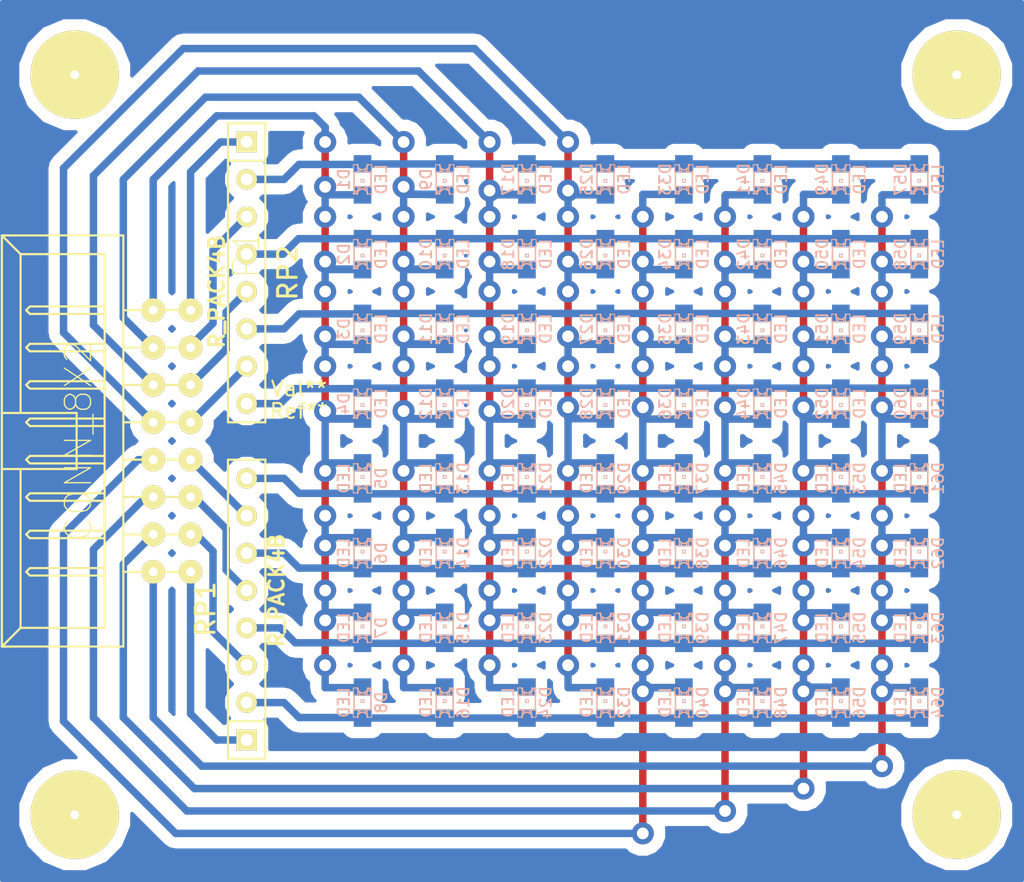
<source format=kicad_pcb>
(kicad_pcb (version 3) (host pcbnew "(2013-04-19 BZR 4011)-stable")
  (layers (15 F.Cu signal) (0 B.Cu signal) (18 B.Paste user) (19 F.Paste user) (20 B.SilkS user) (21 F.SilkS user) (22 B.Mask user) (23 F.Mask user) (28 Edge.Cuts user))
  (net 0 "")
  (net 1 N-000001)
  (net 2 N-0000010)
  (net 3 N-0000011)
  (net 4 N-0000012)
  (net 5 N-0000013)
  (net 6 N-0000014)
  (net 7 N-0000015)
  (net 8 N-0000016)
  (net 9 N-0000017)
  (net 10 N-0000018)
  (net 11 N-0000019)
  (net 12 N-000002)
  (net 13 N-0000020)
  (net 14 N-0000021)
  (net 15 N-0000022)
  (net 16 N-0000023)
  (net 17 N-0000024)
  (net 18 N-000003)
  (net 19 N-000004)
  (net 20 N-000005)
  (net 21 N-000006)
  (net 22 N-000007)
  (net 23 N-000008)
  (net 24 N-000009)
  (module r_pack4B (layer F.Cu) (at 191.516 159.004 90)
    (fp_text reference RP1 (at -1.27 -2.794 90) (layer F.SilkS) (effects (font (size 1.27 1.27) (thickness 0.2032))))
    (fp_text value R_PACK4B (at 0 2.032 90) (layer F.SilkS) (effects (font (size 1.016 1.016) (thickness 0.2032))))
    (pad 1 thru_hole rect (at -10.16 0 90) (size 1.397 1.397) (drill 0.8128) (layers *.Cu *.Mask F.SilkS) (net 23 N-000008))
    (pad 2 thru_hole circle (at -7.62 0 90) (size 1.397 1.397) (drill 0.8128) (layers *.Cu *.Mask F.SilkS) (net 19 N-000004))
    (pad 3 thru_hole circle (at -5.08 0 90) (size 1.397 1.397) (drill 0.8128) (layers *.Cu *.Mask F.SilkS) (net 22 N-000007))
    (pad 4 thru_hole circle (at -2.54 0 90) (size 1.397 1.397) (drill 0.8128) (layers *.Cu *.Mask F.SilkS) (net 11 N-0000019))
    (pad 5 thru_hole circle (at 0 0 90) (size 1.397 1.397) (drill 0.8128) (layers *.Cu *.Mask F.SilkS) (net 21 N-000006))
    (pad 6 thru_hole circle (at 2.54 0 90) (size 1.397 1.397) (drill 0.8128) (layers *.Cu *.Mask F.SilkS) (net 15 N-0000022))
    (pad 7 thru_hole circle (at 5.08 0 90) (size 1.397 1.397) (drill 0.8128) (layers *.Cu *.Mask F.SilkS) (net 20 N-000005))
    (pad 8 thru_hole circle (at 7.62 0 90) (size 1.397 1.397) (drill 0.8128) (layers *.Cu *.Mask F.SilkS) (net 16 N-0000023))
  )
  (module r_pack4B (layer F.Cu) (at 191.516 138.684 270)
    (fp_text reference RP2 (at -1.27 -2.794 270) (layer F.SilkS) (effects (font (size 1.27 1.27) (thickness 0.2032))))
    (fp_text value R_PACK4B (at 0 2.032 270) (layer F.SilkS) (effects (font (size 1.016 1.016) (thickness 0.2032))))
    (pad 1 thru_hole rect (at -10.16 0 270) (size 1.397 1.397) (drill 0.8128) (layers *.Cu *.Mask F.SilkS) (net 4 N-0000012))
    (pad 2 thru_hole circle (at -7.62 0 270) (size 1.397 1.397) (drill 0.8128) (layers *.Cu *.Mask F.SilkS) (net 10 N-0000018))
    (pad 3 thru_hole circle (at -5.08 0 270) (size 1.397 1.397) (drill 0.8128) (layers *.Cu *.Mask F.SilkS) (net 3 N-0000011))
    (pad 4 thru_hole circle (at -2.54 0 270) (size 1.397 1.397) (drill 0.8128) (layers *.Cu *.Mask F.SilkS) (net 13 N-0000020))
    (pad 5 thru_hole circle (at 0 0 270) (size 1.397 1.397) (drill 0.8128) (layers *.Cu *.Mask F.SilkS) (net 2 N-0000010))
    (pad 6 thru_hole circle (at 2.54 0 270) (size 1.397 1.397) (drill 0.8128) (layers *.Cu *.Mask F.SilkS) (net 17 N-0000024))
    (pad 7 thru_hole circle (at 5.08 0 270) (size 1.397 1.397) (drill 0.8128) (layers *.Cu *.Mask F.SilkS) (net 24 N-000009))
    (pad 8 thru_hole circle (at 7.62 0 270) (size 1.397 1.397) (drill 0.8128) (layers *.Cu *.Mask F.SilkS) (net 14 N-0000021))
  )
  (module LED-0805 (layer B.Cu) (at 215.9 166.624 90)
    (fp_text reference D32 (at 0 1.27 90) (layer B.SilkS) (effects (font (size 0.762 0.762) (thickness 0.127)) (justify mirror)))
    (fp_text value LED (at 0 -1.27 90) (layer B.SilkS) (effects (font (size 0.762 0.762) (thickness 0.127)) (justify mirror)))
    (pad 1 smd rect (at -1.04902 0 90) (size 1.19888 1.19888) (layers B.Cu B.Paste B.Mask) (net 19 N-000004))
    (pad 2 smd rect (at 1.04902 0 90) (size 1.19888 1.19888) (layers B.Cu B.Paste B.Mask) (net 5 N-0000013))
  )
  (module LED-0805 (layer B.Cu) (at 204.978 141.224 270)
    (fp_text reference D11 (at 0 1.27 270) (layer B.SilkS) (effects (font (size 0.762 0.762) (thickness 0.127)) (justify mirror)))
    (fp_text value LED (at 0 -1.27 270) (layer B.SilkS) (effects (font (size 0.762 0.762) (thickness 0.127)) (justify mirror)))
    (pad 1 smd rect (at -1.04902 0 270) (size 1.19888 1.19888) (layers B.Cu B.Paste B.Mask) (net 17 N-0000024))
    (pad 2 smd rect (at 1.04902 0 270) (size 1.19888 1.19888) (layers B.Cu B.Paste B.Mask) (net 12 N-000002))
  )
  (module LED-0805 (layer B.Cu) (at 210.566 166.624 90)
    (fp_text reference D24 (at 0 1.27 90) (layer B.SilkS) (effects (font (size 0.762 0.762) (thickness 0.127)) (justify mirror)))
    (fp_text value LED (at 0 -1.27 90) (layer B.SilkS) (effects (font (size 0.762 0.762) (thickness 0.127)) (justify mirror)))
    (pad 1 smd rect (at -1.04902 0 90) (size 1.19888 1.19888) (layers B.Cu B.Paste B.Mask) (net 19 N-000004))
    (pad 2 smd rect (at 1.04902 0 90) (size 1.19888 1.19888) (layers B.Cu B.Paste B.Mask) (net 1 N-000001))
  )
  (module LED-0805 (layer B.Cu) (at 210.566 161.544 90)
    (fp_text reference D23 (at 0 1.27 90) (layer B.SilkS) (effects (font (size 0.762 0.762) (thickness 0.127)) (justify mirror)))
    (fp_text value LED (at 0 -1.27 90) (layer B.SilkS) (effects (font (size 0.762 0.762) (thickness 0.127)) (justify mirror)))
    (pad 1 smd rect (at -1.04902 0 90) (size 1.19888 1.19888) (layers B.Cu B.Paste B.Mask) (net 11 N-0000019))
    (pad 2 smd rect (at 1.04902 0 90) (size 1.19888 1.19888) (layers B.Cu B.Paste B.Mask) (net 1 N-000001))
  )
  (module LED-0805 (layer B.Cu) (at 210.566 156.464 90)
    (fp_text reference D22 (at 0 1.27 90) (layer B.SilkS) (effects (font (size 0.762 0.762) (thickness 0.127)) (justify mirror)))
    (fp_text value LED (at 0 -1.27 90) (layer B.SilkS) (effects (font (size 0.762 0.762) (thickness 0.127)) (justify mirror)))
    (pad 1 smd rect (at -1.04902 0 90) (size 1.19888 1.19888) (layers B.Cu B.Paste B.Mask) (net 15 N-0000022))
    (pad 2 smd rect (at 1.04902 0 90) (size 1.19888 1.19888) (layers B.Cu B.Paste B.Mask) (net 1 N-000001))
  )
  (module LED-0805 (layer B.Cu) (at 210.566 151.384 90)
    (fp_text reference D21 (at 0 1.27 90) (layer B.SilkS) (effects (font (size 0.762 0.762) (thickness 0.127)) (justify mirror)))
    (fp_text value LED (at 0 -1.27 90) (layer B.SilkS) (effects (font (size 0.762 0.762) (thickness 0.127)) (justify mirror)))
    (pad 1 smd rect (at -1.04902 0 90) (size 1.19888 1.19888) (layers B.Cu B.Paste B.Mask) (net 16 N-0000023))
    (pad 2 smd rect (at 1.04902 0 90) (size 1.19888 1.19888) (layers B.Cu B.Paste B.Mask) (net 1 N-000001))
  )
  (module LED-0805 (layer B.Cu) (at 210.566 146.304 270)
    (fp_text reference D20 (at 0 1.27 270) (layer B.SilkS) (effects (font (size 0.762 0.762) (thickness 0.127)) (justify mirror)))
    (fp_text value LED (at 0 -1.27 270) (layer B.SilkS) (effects (font (size 0.762 0.762) (thickness 0.127)) (justify mirror)))
    (pad 1 smd rect (at -1.04902 0 270) (size 1.19888 1.19888) (layers B.Cu B.Paste B.Mask) (net 14 N-0000021))
    (pad 2 smd rect (at 1.04902 0 270) (size 1.19888 1.19888) (layers B.Cu B.Paste B.Mask) (net 1 N-000001))
  )
  (module LED-0805 (layer B.Cu) (at 210.566 141.224 270)
    (fp_text reference D19 (at 0 1.27 270) (layer B.SilkS) (effects (font (size 0.762 0.762) (thickness 0.127)) (justify mirror)))
    (fp_text value LED (at 0 -1.27 270) (layer B.SilkS) (effects (font (size 0.762 0.762) (thickness 0.127)) (justify mirror)))
    (pad 1 smd rect (at -1.04902 0 270) (size 1.19888 1.19888) (layers B.Cu B.Paste B.Mask) (net 17 N-0000024))
    (pad 2 smd rect (at 1.04902 0 270) (size 1.19888 1.19888) (layers B.Cu B.Paste B.Mask) (net 1 N-000001))
  )
  (module LED-0805 (layer B.Cu) (at 210.566 136.144 270)
    (fp_text reference D18 (at 0 1.27 270) (layer B.SilkS) (effects (font (size 0.762 0.762) (thickness 0.127)) (justify mirror)))
    (fp_text value LED (at 0 -1.27 270) (layer B.SilkS) (effects (font (size 0.762 0.762) (thickness 0.127)) (justify mirror)))
    (pad 1 smd rect (at -1.04902 0 270) (size 1.19888 1.19888) (layers B.Cu B.Paste B.Mask) (net 13 N-0000020))
    (pad 2 smd rect (at 1.04902 0 270) (size 1.19888 1.19888) (layers B.Cu B.Paste B.Mask) (net 1 N-000001))
  )
  (module LED-0805 (layer B.Cu) (at 210.566 131.064 270)
    (fp_text reference D17 (at 0 1.27 270) (layer B.SilkS) (effects (font (size 0.762 0.762) (thickness 0.127)) (justify mirror)))
    (fp_text value LED (at 0 -1.27 270) (layer B.SilkS) (effects (font (size 0.762 0.762) (thickness 0.127)) (justify mirror)))
    (pad 1 smd rect (at -1.04902 0 270) (size 1.19888 1.19888) (layers B.Cu B.Paste B.Mask) (net 10 N-0000018))
    (pad 2 smd rect (at 1.04902 0 270) (size 1.19888 1.19888) (layers B.Cu B.Paste B.Mask) (net 1 N-000001))
  )
  (module LED-0805 (layer B.Cu) (at 204.978 136.144 270)
    (fp_text reference D10 (at 0 1.27 270) (layer B.SilkS) (effects (font (size 0.762 0.762) (thickness 0.127)) (justify mirror)))
    (fp_text value LED (at 0 -1.27 270) (layer B.SilkS) (effects (font (size 0.762 0.762) (thickness 0.127)) (justify mirror)))
    (pad 1 smd rect (at -1.04902 0 270) (size 1.19888 1.19888) (layers B.Cu B.Paste B.Mask) (net 13 N-0000020))
    (pad 2 smd rect (at 1.04902 0 270) (size 1.19888 1.19888) (layers B.Cu B.Paste B.Mask) (net 12 N-000002))
  )
  (module LED-0805 (layer B.Cu) (at 215.9 161.544 90)
    (fp_text reference D31 (at 0 1.27 90) (layer B.SilkS) (effects (font (size 0.762 0.762) (thickness 0.127)) (justify mirror)))
    (fp_text value LED (at 0 -1.27 90) (layer B.SilkS) (effects (font (size 0.762 0.762) (thickness 0.127)) (justify mirror)))
    (pad 1 smd rect (at -1.04902 0 90) (size 1.19888 1.19888) (layers B.Cu B.Paste B.Mask) (net 11 N-0000019))
    (pad 2 smd rect (at 1.04902 0 90) (size 1.19888 1.19888) (layers B.Cu B.Paste B.Mask) (net 5 N-0000013))
  )
  (module LED-0805 (layer B.Cu) (at 215.9 156.464 90)
    (fp_text reference D30 (at 0 1.27 90) (layer B.SilkS) (effects (font (size 0.762 0.762) (thickness 0.127)) (justify mirror)))
    (fp_text value LED (at 0 -1.27 90) (layer B.SilkS) (effects (font (size 0.762 0.762) (thickness 0.127)) (justify mirror)))
    (pad 1 smd rect (at -1.04902 0 90) (size 1.19888 1.19888) (layers B.Cu B.Paste B.Mask) (net 15 N-0000022))
    (pad 2 smd rect (at 1.04902 0 90) (size 1.19888 1.19888) (layers B.Cu B.Paste B.Mask) (net 5 N-0000013))
  )
  (module LED-0805 (layer B.Cu) (at 215.9 151.384 90)
    (fp_text reference D29 (at 0 1.27 90) (layer B.SilkS) (effects (font (size 0.762 0.762) (thickness 0.127)) (justify mirror)))
    (fp_text value LED (at 0 -1.27 90) (layer B.SilkS) (effects (font (size 0.762 0.762) (thickness 0.127)) (justify mirror)))
    (pad 1 smd rect (at -1.04902 0 90) (size 1.19888 1.19888) (layers B.Cu B.Paste B.Mask) (net 16 N-0000023))
    (pad 2 smd rect (at 1.04902 0 90) (size 1.19888 1.19888) (layers B.Cu B.Paste B.Mask) (net 5 N-0000013))
  )
  (module LED-0805 (layer B.Cu) (at 215.9 146.304 270)
    (fp_text reference D28 (at 0 1.27 270) (layer B.SilkS) (effects (font (size 0.762 0.762) (thickness 0.127)) (justify mirror)))
    (fp_text value LED (at 0 -1.27 270) (layer B.SilkS) (effects (font (size 0.762 0.762) (thickness 0.127)) (justify mirror)))
    (pad 1 smd rect (at -1.04902 0 270) (size 1.19888 1.19888) (layers B.Cu B.Paste B.Mask) (net 14 N-0000021))
    (pad 2 smd rect (at 1.04902 0 270) (size 1.19888 1.19888) (layers B.Cu B.Paste B.Mask) (net 5 N-0000013))
  )
  (module LED-0805 (layer B.Cu) (at 215.9 141.224 270)
    (fp_text reference D27 (at 0 1.27 270) (layer B.SilkS) (effects (font (size 0.762 0.762) (thickness 0.127)) (justify mirror)))
    (fp_text value LED (at 0 -1.27 270) (layer B.SilkS) (effects (font (size 0.762 0.762) (thickness 0.127)) (justify mirror)))
    (pad 1 smd rect (at -1.04902 0 270) (size 1.19888 1.19888) (layers B.Cu B.Paste B.Mask) (net 17 N-0000024))
    (pad 2 smd rect (at 1.04902 0 270) (size 1.19888 1.19888) (layers B.Cu B.Paste B.Mask) (net 5 N-0000013))
  )
  (module LED-0805 (layer B.Cu) (at 204.978 146.304 270)
    (fp_text reference D12 (at 0 1.27 270) (layer B.SilkS) (effects (font (size 0.762 0.762) (thickness 0.127)) (justify mirror)))
    (fp_text value LED (at 0 -1.27 270) (layer B.SilkS) (effects (font (size 0.762 0.762) (thickness 0.127)) (justify mirror)))
    (pad 1 smd rect (at -1.04902 0 270) (size 1.19888 1.19888) (layers B.Cu B.Paste B.Mask) (net 14 N-0000021))
    (pad 2 smd rect (at 1.04902 0 270) (size 1.19888 1.19888) (layers B.Cu B.Paste B.Mask) (net 12 N-000002))
  )
  (module LED-0805 (layer B.Cu) (at 215.9 136.144 270)
    (fp_text reference D26 (at 0 1.27 270) (layer B.SilkS) (effects (font (size 0.762 0.762) (thickness 0.127)) (justify mirror)))
    (fp_text value LED (at 0 -1.27 270) (layer B.SilkS) (effects (font (size 0.762 0.762) (thickness 0.127)) (justify mirror)))
    (pad 1 smd rect (at -1.04902 0 270) (size 1.19888 1.19888) (layers B.Cu B.Paste B.Mask) (net 13 N-0000020))
    (pad 2 smd rect (at 1.04902 0 270) (size 1.19888 1.19888) (layers B.Cu B.Paste B.Mask) (net 5 N-0000013))
  )
  (module LED-0805 (layer B.Cu) (at 204.978 151.384 90)
    (fp_text reference D13 (at 0 1.27 90) (layer B.SilkS) (effects (font (size 0.762 0.762) (thickness 0.127)) (justify mirror)))
    (fp_text value LED (at 0 -1.27 90) (layer B.SilkS) (effects (font (size 0.762 0.762) (thickness 0.127)) (justify mirror)))
    (pad 1 smd rect (at -1.04902 0 90) (size 1.19888 1.19888) (layers B.Cu B.Paste B.Mask) (net 16 N-0000023))
    (pad 2 smd rect (at 1.04902 0 90) (size 1.19888 1.19888) (layers B.Cu B.Paste B.Mask) (net 12 N-000002))
  )
  (module LED-0805 (layer B.Cu) (at 204.978 156.464 90)
    (fp_text reference D14 (at 0 1.27 90) (layer B.SilkS) (effects (font (size 0.762 0.762) (thickness 0.127)) (justify mirror)))
    (fp_text value LED (at 0 -1.27 90) (layer B.SilkS) (effects (font (size 0.762 0.762) (thickness 0.127)) (justify mirror)))
    (pad 1 smd rect (at -1.04902 0 90) (size 1.19888 1.19888) (layers B.Cu B.Paste B.Mask) (net 15 N-0000022))
    (pad 2 smd rect (at 1.04902 0 90) (size 1.19888 1.19888) (layers B.Cu B.Paste B.Mask) (net 12 N-000002))
  )
  (module LED-0805 (layer B.Cu) (at 204.978 161.544 90)
    (fp_text reference D15 (at 0 1.27 90) (layer B.SilkS) (effects (font (size 0.762 0.762) (thickness 0.127)) (justify mirror)))
    (fp_text value LED (at 0 -1.27 90) (layer B.SilkS) (effects (font (size 0.762 0.762) (thickness 0.127)) (justify mirror)))
    (pad 1 smd rect (at -1.04902 0 90) (size 1.19888 1.19888) (layers B.Cu B.Paste B.Mask) (net 11 N-0000019))
    (pad 2 smd rect (at 1.04902 0 90) (size 1.19888 1.19888) (layers B.Cu B.Paste B.Mask) (net 12 N-000002))
  )
  (module LED-0805 (layer B.Cu) (at 204.978 131.064 270)
    (fp_text reference D9 (at 0 1.27 270) (layer B.SilkS) (effects (font (size 0.762 0.762) (thickness 0.127)) (justify mirror)))
    (fp_text value LED (at 0 -1.27 270) (layer B.SilkS) (effects (font (size 0.762 0.762) (thickness 0.127)) (justify mirror)))
    (pad 1 smd rect (at -1.04902 0 270) (size 1.19888 1.19888) (layers B.Cu B.Paste B.Mask) (net 10 N-0000018))
    (pad 2 smd rect (at 1.04902 0 270) (size 1.19888 1.19888) (layers B.Cu B.Paste B.Mask) (net 12 N-000002))
  )
  (module LED-0805 (layer B.Cu) (at 204.978 166.624 90)
    (fp_text reference D16 (at 0 1.27 90) (layer B.SilkS) (effects (font (size 0.762 0.762) (thickness 0.127)) (justify mirror)))
    (fp_text value LED (at 0 -1.27 90) (layer B.SilkS) (effects (font (size 0.762 0.762) (thickness 0.127)) (justify mirror)))
    (pad 1 smd rect (at -1.04902 0 90) (size 1.19888 1.19888) (layers B.Cu B.Paste B.Mask) (net 19 N-000004))
    (pad 2 smd rect (at 1.04902 0 90) (size 1.19888 1.19888) (layers B.Cu B.Paste B.Mask) (net 12 N-000002))
  )
  (module LED-0805 (layer B.Cu) (at 199.39 131.064 270)
    (fp_text reference D1 (at 0 1.27 270) (layer B.SilkS) (effects (font (size 0.762 0.762) (thickness 0.127)) (justify mirror)))
    (fp_text value LED (at 0 -1.27 270) (layer B.SilkS) (effects (font (size 0.762 0.762) (thickness 0.127)) (justify mirror)))
    (pad 1 smd rect (at -1.04902 0 270) (size 1.19888 1.19888) (layers B.Cu B.Paste B.Mask) (net 10 N-0000018))
    (pad 2 smd rect (at 1.04902 0 270) (size 1.19888 1.19888) (layers B.Cu B.Paste B.Mask) (net 18 N-000003))
  )
  (module LED-0805 (layer B.Cu) (at 199.39 136.144 270)
    (fp_text reference D2 (at 0 1.27 270) (layer B.SilkS) (effects (font (size 0.762 0.762) (thickness 0.127)) (justify mirror)))
    (fp_text value LED (at 0 -1.27 270) (layer B.SilkS) (effects (font (size 0.762 0.762) (thickness 0.127)) (justify mirror)))
    (pad 1 smd rect (at -1.04902 0 270) (size 1.19888 1.19888) (layers B.Cu B.Paste B.Mask) (net 13 N-0000020))
    (pad 2 smd rect (at 1.04902 0 270) (size 1.19888 1.19888) (layers B.Cu B.Paste B.Mask) (net 18 N-000003))
  )
  (module LED-0805 (layer B.Cu) (at 199.39 141.224 270)
    (fp_text reference D3 (at 0 1.27 270) (layer B.SilkS) (effects (font (size 0.762 0.762) (thickness 0.127)) (justify mirror)))
    (fp_text value LED (at 0 -1.27 270) (layer B.SilkS) (effects (font (size 0.762 0.762) (thickness 0.127)) (justify mirror)))
    (pad 1 smd rect (at -1.04902 0 270) (size 1.19888 1.19888) (layers B.Cu B.Paste B.Mask) (net 17 N-0000024))
    (pad 2 smd rect (at 1.04902 0 270) (size 1.19888 1.19888) (layers B.Cu B.Paste B.Mask) (net 18 N-000003))
  )
  (module LED-0805 (layer B.Cu) (at 199.39 146.304 270)
    (fp_text reference D4 (at 0 1.27 270) (layer B.SilkS) (effects (font (size 0.762 0.762) (thickness 0.127)) (justify mirror)))
    (fp_text value LED (at 0 -1.27 270) (layer B.SilkS) (effects (font (size 0.762 0.762) (thickness 0.127)) (justify mirror)))
    (pad 1 smd rect (at -1.04902 0 270) (size 1.19888 1.19888) (layers B.Cu B.Paste B.Mask) (net 14 N-0000021))
    (pad 2 smd rect (at 1.04902 0 270) (size 1.19888 1.19888) (layers B.Cu B.Paste B.Mask) (net 18 N-000003))
  )
  (module LED-0805 (layer B.Cu) (at 199.39 151.384 90)
    (fp_text reference D5 (at 0 1.27 90) (layer B.SilkS) (effects (font (size 0.762 0.762) (thickness 0.127)) (justify mirror)))
    (fp_text value LED (at 0 -1.27 90) (layer B.SilkS) (effects (font (size 0.762 0.762) (thickness 0.127)) (justify mirror)))
    (pad 1 smd rect (at -1.04902 0 90) (size 1.19888 1.19888) (layers B.Cu B.Paste B.Mask) (net 16 N-0000023))
    (pad 2 smd rect (at 1.04902 0 90) (size 1.19888 1.19888) (layers B.Cu B.Paste B.Mask) (net 18 N-000003))
  )
  (module LED-0805 (layer B.Cu) (at 199.39 156.464 90)
    (fp_text reference D6 (at 0 1.27 90) (layer B.SilkS) (effects (font (size 0.762 0.762) (thickness 0.127)) (justify mirror)))
    (fp_text value LED (at 0 -1.27 90) (layer B.SilkS) (effects (font (size 0.762 0.762) (thickness 0.127)) (justify mirror)))
    (pad 1 smd rect (at -1.04902 0 90) (size 1.19888 1.19888) (layers B.Cu B.Paste B.Mask) (net 15 N-0000022))
    (pad 2 smd rect (at 1.04902 0 90) (size 1.19888 1.19888) (layers B.Cu B.Paste B.Mask) (net 18 N-000003))
  )
  (module LED-0805 (layer B.Cu) (at 199.39 161.544 90)
    (fp_text reference D7 (at 0 1.27 90) (layer B.SilkS) (effects (font (size 0.762 0.762) (thickness 0.127)) (justify mirror)))
    (fp_text value LED (at 0 -1.27 90) (layer B.SilkS) (effects (font (size 0.762 0.762) (thickness 0.127)) (justify mirror)))
    (pad 1 smd rect (at -1.04902 0 90) (size 1.19888 1.19888) (layers B.Cu B.Paste B.Mask) (net 11 N-0000019))
    (pad 2 smd rect (at 1.04902 0 90) (size 1.19888 1.19888) (layers B.Cu B.Paste B.Mask) (net 18 N-000003))
  )
  (module LED-0805 (layer B.Cu) (at 199.39 166.624 90)
    (fp_text reference D8 (at 0 1.27 90) (layer B.SilkS) (effects (font (size 0.762 0.762) (thickness 0.127)) (justify mirror)))
    (fp_text value LED (at 0 -1.27 90) (layer B.SilkS) (effects (font (size 0.762 0.762) (thickness 0.127)) (justify mirror)))
    (pad 1 smd rect (at -1.04902 0 90) (size 1.19888 1.19888) (layers B.Cu B.Paste B.Mask) (net 19 N-000004))
    (pad 2 smd rect (at 1.04902 0 90) (size 1.19888 1.19888) (layers B.Cu B.Paste B.Mask) (net 18 N-000003))
  )
  (module LED-0805 (layer B.Cu) (at 237.236 141.224 270)
    (fp_text reference D59 (at 0 1.27 270) (layer B.SilkS) (effects (font (size 0.762 0.762) (thickness 0.127)) (justify mirror)))
    (fp_text value LED (at 0 -1.27 270) (layer B.SilkS) (effects (font (size 0.762 0.762) (thickness 0.127)) (justify mirror)))
    (pad 1 smd rect (at -1.04902 0 270) (size 1.19888 1.19888) (layers B.Cu B.Paste B.Mask) (net 17 N-0000024))
    (pad 2 smd rect (at 1.04902 0 270) (size 1.19888 1.19888) (layers B.Cu B.Paste B.Mask) (net 6 N-0000014))
  )
  (module LED-0805 (layer B.Cu) (at 226.568 131.064 270)
    (fp_text reference D41 (at 0 1.27 270) (layer B.SilkS) (effects (font (size 0.762 0.762) (thickness 0.127)) (justify mirror)))
    (fp_text value LED (at 0 -1.27 270) (layer B.SilkS) (effects (font (size 0.762 0.762) (thickness 0.127)) (justify mirror)))
    (pad 1 smd rect (at -1.04902 0 270) (size 1.19888 1.19888) (layers B.Cu B.Paste B.Mask) (net 10 N-0000018))
    (pad 2 smd rect (at 1.04902 0 270) (size 1.19888 1.19888) (layers B.Cu B.Paste B.Mask) (net 8 N-0000016))
  )
  (module LED-0805 (layer B.Cu) (at 237.236 166.624 90)
    (fp_text reference D64 (at 0 1.27 90) (layer B.SilkS) (effects (font (size 0.762 0.762) (thickness 0.127)) (justify mirror)))
    (fp_text value LED (at 0 -1.27 90) (layer B.SilkS) (effects (font (size 0.762 0.762) (thickness 0.127)) (justify mirror)))
    (pad 1 smd rect (at -1.04902 0 90) (size 1.19888 1.19888) (layers B.Cu B.Paste B.Mask) (net 19 N-000004))
    (pad 2 smd rect (at 1.04902 0 90) (size 1.19888 1.19888) (layers B.Cu B.Paste B.Mask) (net 6 N-0000014))
  )
  (module LED-0805 (layer B.Cu) (at 237.236 131.064 270)
    (fp_text reference D57 (at 0 1.27 270) (layer B.SilkS) (effects (font (size 0.762 0.762) (thickness 0.127)) (justify mirror)))
    (fp_text value LED (at 0 -1.27 270) (layer B.SilkS) (effects (font (size 0.762 0.762) (thickness 0.127)) (justify mirror)))
    (pad 1 smd rect (at -1.04902 0 270) (size 1.19888 1.19888) (layers B.Cu B.Paste B.Mask) (net 10 N-0000018))
    (pad 2 smd rect (at 1.04902 0 270) (size 1.19888 1.19888) (layers B.Cu B.Paste B.Mask) (net 6 N-0000014))
  )
  (module LED-0805 (layer B.Cu) (at 237.236 161.544 90)
    (fp_text reference D63 (at 0 1.27 90) (layer B.SilkS) (effects (font (size 0.762 0.762) (thickness 0.127)) (justify mirror)))
    (fp_text value LED (at 0 -1.27 90) (layer B.SilkS) (effects (font (size 0.762 0.762) (thickness 0.127)) (justify mirror)))
    (pad 1 smd rect (at -1.04902 0 90) (size 1.19888 1.19888) (layers B.Cu B.Paste B.Mask) (net 11 N-0000019))
    (pad 2 smd rect (at 1.04902 0 90) (size 1.19888 1.19888) (layers B.Cu B.Paste B.Mask) (net 6 N-0000014))
  )
  (module LED-0805 (layer B.Cu) (at 237.236 156.464 90)
    (fp_text reference D62 (at 0 1.27 90) (layer B.SilkS) (effects (font (size 0.762 0.762) (thickness 0.127)) (justify mirror)))
    (fp_text value LED (at 0 -1.27 90) (layer B.SilkS) (effects (font (size 0.762 0.762) (thickness 0.127)) (justify mirror)))
    (pad 1 smd rect (at -1.04902 0 90) (size 1.19888 1.19888) (layers B.Cu B.Paste B.Mask) (net 15 N-0000022))
    (pad 2 smd rect (at 1.04902 0 90) (size 1.19888 1.19888) (layers B.Cu B.Paste B.Mask) (net 6 N-0000014))
  )
  (module LED-0805 (layer B.Cu) (at 237.236 151.384 90)
    (fp_text reference D61 (at 0 1.27 90) (layer B.SilkS) (effects (font (size 0.762 0.762) (thickness 0.127)) (justify mirror)))
    (fp_text value LED (at 0 -1.27 90) (layer B.SilkS) (effects (font (size 0.762 0.762) (thickness 0.127)) (justify mirror)))
    (pad 1 smd rect (at -1.04902 0 90) (size 1.19888 1.19888) (layers B.Cu B.Paste B.Mask) (net 16 N-0000023))
    (pad 2 smd rect (at 1.04902 0 90) (size 1.19888 1.19888) (layers B.Cu B.Paste B.Mask) (net 6 N-0000014))
  )
  (module LED-0805 (layer B.Cu) (at 237.236 136.144 270)
    (fp_text reference D58 (at 0 1.27 270) (layer B.SilkS) (effects (font (size 0.762 0.762) (thickness 0.127)) (justify mirror)))
    (fp_text value LED (at 0 -1.27 270) (layer B.SilkS) (effects (font (size 0.762 0.762) (thickness 0.127)) (justify mirror)))
    (pad 1 smd rect (at -1.04902 0 270) (size 1.19888 1.19888) (layers B.Cu B.Paste B.Mask) (net 13 N-0000020))
    (pad 2 smd rect (at 1.04902 0 270) (size 1.19888 1.19888) (layers B.Cu B.Paste B.Mask) (net 6 N-0000014))
  )
  (module LED-0805 (layer B.Cu) (at 237.236 146.304 270)
    (fp_text reference D60 (at 0 1.27 270) (layer B.SilkS) (effects (font (size 0.762 0.762) (thickness 0.127)) (justify mirror)))
    (fp_text value LED (at 0 -1.27 270) (layer B.SilkS) (effects (font (size 0.762 0.762) (thickness 0.127)) (justify mirror)))
    (pad 1 smd rect (at -1.04902 0 270) (size 1.19888 1.19888) (layers B.Cu B.Paste B.Mask) (net 14 N-0000021))
    (pad 2 smd rect (at 1.04902 0 270) (size 1.19888 1.19888) (layers B.Cu B.Paste B.Mask) (net 6 N-0000014))
  )
  (module LED-0805 (layer B.Cu) (at 226.568 136.144 270)
    (fp_text reference D42 (at 0 1.27 270) (layer B.SilkS) (effects (font (size 0.762 0.762) (thickness 0.127)) (justify mirror)))
    (fp_text value LED (at 0 -1.27 270) (layer B.SilkS) (effects (font (size 0.762 0.762) (thickness 0.127)) (justify mirror)))
    (pad 1 smd rect (at -1.04902 0 270) (size 1.19888 1.19888) (layers B.Cu B.Paste B.Mask) (net 13 N-0000020))
    (pad 2 smd rect (at 1.04902 0 270) (size 1.19888 1.19888) (layers B.Cu B.Paste B.Mask) (net 8 N-0000016))
  )
  (module LED-0805 (layer B.Cu) (at 231.902 166.624 90)
    (fp_text reference D56 (at 0 1.27 90) (layer B.SilkS) (effects (font (size 0.762 0.762) (thickness 0.127)) (justify mirror)))
    (fp_text value LED (at 0 -1.27 90) (layer B.SilkS) (effects (font (size 0.762 0.762) (thickness 0.127)) (justify mirror)))
    (pad 1 smd rect (at -1.04902 0 90) (size 1.19888 1.19888) (layers B.Cu B.Paste B.Mask) (net 19 N-000004))
    (pad 2 smd rect (at 1.04902 0 90) (size 1.19888 1.19888) (layers B.Cu B.Paste B.Mask) (net 7 N-0000015))
  )
  (module LED-0805 (layer B.Cu) (at 231.902 131.064 270)
    (fp_text reference D49 (at 0 1.27 270) (layer B.SilkS) (effects (font (size 0.762 0.762) (thickness 0.127)) (justify mirror)))
    (fp_text value LED (at 0 -1.27 270) (layer B.SilkS) (effects (font (size 0.762 0.762) (thickness 0.127)) (justify mirror)))
    (pad 1 smd rect (at -1.04902 0 270) (size 1.19888 1.19888) (layers B.Cu B.Paste B.Mask) (net 10 N-0000018))
    (pad 2 smd rect (at 1.04902 0 270) (size 1.19888 1.19888) (layers B.Cu B.Paste B.Mask) (net 7 N-0000015))
  )
  (module LED-0805 (layer B.Cu) (at 231.902 161.544 90)
    (fp_text reference D55 (at 0 1.27 90) (layer B.SilkS) (effects (font (size 0.762 0.762) (thickness 0.127)) (justify mirror)))
    (fp_text value LED (at 0 -1.27 90) (layer B.SilkS) (effects (font (size 0.762 0.762) (thickness 0.127)) (justify mirror)))
    (pad 1 smd rect (at -1.04902 0 90) (size 1.19888 1.19888) (layers B.Cu B.Paste B.Mask) (net 11 N-0000019))
    (pad 2 smd rect (at 1.04902 0 90) (size 1.19888 1.19888) (layers B.Cu B.Paste B.Mask) (net 7 N-0000015))
  )
  (module LED-0805 (layer B.Cu) (at 231.902 156.464 90)
    (fp_text reference D54 (at 0 1.27 90) (layer B.SilkS) (effects (font (size 0.762 0.762) (thickness 0.127)) (justify mirror)))
    (fp_text value LED (at 0 -1.27 90) (layer B.SilkS) (effects (font (size 0.762 0.762) (thickness 0.127)) (justify mirror)))
    (pad 1 smd rect (at -1.04902 0 90) (size 1.19888 1.19888) (layers B.Cu B.Paste B.Mask) (net 15 N-0000022))
    (pad 2 smd rect (at 1.04902 0 90) (size 1.19888 1.19888) (layers B.Cu B.Paste B.Mask) (net 7 N-0000015))
  )
  (module LED-0805 (layer B.Cu) (at 231.902 151.384 90)
    (fp_text reference D53 (at 0 1.27 90) (layer B.SilkS) (effects (font (size 0.762 0.762) (thickness 0.127)) (justify mirror)))
    (fp_text value LED (at 0 -1.27 90) (layer B.SilkS) (effects (font (size 0.762 0.762) (thickness 0.127)) (justify mirror)))
    (pad 1 smd rect (at -1.04902 0 90) (size 1.19888 1.19888) (layers B.Cu B.Paste B.Mask) (net 16 N-0000023))
    (pad 2 smd rect (at 1.04902 0 90) (size 1.19888 1.19888) (layers B.Cu B.Paste B.Mask) (net 7 N-0000015))
  )
  (module LED-0805 (layer B.Cu) (at 231.902 136.144 270)
    (fp_text reference D50 (at 0 1.27 270) (layer B.SilkS) (effects (font (size 0.762 0.762) (thickness 0.127)) (justify mirror)))
    (fp_text value LED (at 0 -1.27 270) (layer B.SilkS) (effects (font (size 0.762 0.762) (thickness 0.127)) (justify mirror)))
    (pad 1 smd rect (at -1.04902 0 270) (size 1.19888 1.19888) (layers B.Cu B.Paste B.Mask) (net 13 N-0000020))
    (pad 2 smd rect (at 1.04902 0 270) (size 1.19888 1.19888) (layers B.Cu B.Paste B.Mask) (net 7 N-0000015))
  )
  (module LED-0805 (layer B.Cu) (at 231.902 146.304 270)
    (fp_text reference D52 (at 0 1.27 270) (layer B.SilkS) (effects (font (size 0.762 0.762) (thickness 0.127)) (justify mirror)))
    (fp_text value LED (at 0 -1.27 270) (layer B.SilkS) (effects (font (size 0.762 0.762) (thickness 0.127)) (justify mirror)))
    (pad 1 smd rect (at -1.04902 0 270) (size 1.19888 1.19888) (layers B.Cu B.Paste B.Mask) (net 14 N-0000021))
    (pad 2 smd rect (at 1.04902 0 270) (size 1.19888 1.19888) (layers B.Cu B.Paste B.Mask) (net 7 N-0000015))
  )
  (module LED-0805 (layer B.Cu) (at 231.902 141.224 270)
    (fp_text reference D51 (at 0 1.27 270) (layer B.SilkS) (effects (font (size 0.762 0.762) (thickness 0.127)) (justify mirror)))
    (fp_text value LED (at 0 -1.27 270) (layer B.SilkS) (effects (font (size 0.762 0.762) (thickness 0.127)) (justify mirror)))
    (pad 1 smd rect (at -1.04902 0 270) (size 1.19888 1.19888) (layers B.Cu B.Paste B.Mask) (net 17 N-0000024))
    (pad 2 smd rect (at 1.04902 0 270) (size 1.19888 1.19888) (layers B.Cu B.Paste B.Mask) (net 7 N-0000015))
  )
  (module LED-0805 (layer B.Cu) (at 226.568 141.224 270)
    (fp_text reference D43 (at 0 1.27 270) (layer B.SilkS) (effects (font (size 0.762 0.762) (thickness 0.127)) (justify mirror)))
    (fp_text value LED (at 0 -1.27 270) (layer B.SilkS) (effects (font (size 0.762 0.762) (thickness 0.127)) (justify mirror)))
    (pad 1 smd rect (at -1.04902 0 270) (size 1.19888 1.19888) (layers B.Cu B.Paste B.Mask) (net 17 N-0000024))
    (pad 2 smd rect (at 1.04902 0 270) (size 1.19888 1.19888) (layers B.Cu B.Paste B.Mask) (net 8 N-0000016))
  )
  (module LED-0805 (layer B.Cu) (at 226.568 146.304 270)
    (fp_text reference D44 (at 0 1.27 270) (layer B.SilkS) (effects (font (size 0.762 0.762) (thickness 0.127)) (justify mirror)))
    (fp_text value LED (at 0 -1.27 270) (layer B.SilkS) (effects (font (size 0.762 0.762) (thickness 0.127)) (justify mirror)))
    (pad 1 smd rect (at -1.04902 0 270) (size 1.19888 1.19888) (layers B.Cu B.Paste B.Mask) (net 14 N-0000021))
    (pad 2 smd rect (at 1.04902 0 270) (size 1.19888 1.19888) (layers B.Cu B.Paste B.Mask) (net 8 N-0000016))
  )
  (module LED-0805 (layer B.Cu) (at 226.568 151.384 90)
    (fp_text reference D45 (at 0 1.27 90) (layer B.SilkS) (effects (font (size 0.762 0.762) (thickness 0.127)) (justify mirror)))
    (fp_text value LED (at 0 -1.27 90) (layer B.SilkS) (effects (font (size 0.762 0.762) (thickness 0.127)) (justify mirror)))
    (pad 1 smd rect (at -1.04902 0 90) (size 1.19888 1.19888) (layers B.Cu B.Paste B.Mask) (net 16 N-0000023))
    (pad 2 smd rect (at 1.04902 0 90) (size 1.19888 1.19888) (layers B.Cu B.Paste B.Mask) (net 8 N-0000016))
  )
  (module LED-0805 (layer B.Cu) (at 226.568 156.464 90)
    (fp_text reference D46 (at 0 1.27 90) (layer B.SilkS) (effects (font (size 0.762 0.762) (thickness 0.127)) (justify mirror)))
    (fp_text value LED (at 0 -1.27 90) (layer B.SilkS) (effects (font (size 0.762 0.762) (thickness 0.127)) (justify mirror)))
    (pad 1 smd rect (at -1.04902 0 90) (size 1.19888 1.19888) (layers B.Cu B.Paste B.Mask) (net 15 N-0000022))
    (pad 2 smd rect (at 1.04902 0 90) (size 1.19888 1.19888) (layers B.Cu B.Paste B.Mask) (net 8 N-0000016))
  )
  (module LED-0805 (layer B.Cu) (at 226.568 161.544 90)
    (fp_text reference D47 (at 0 1.27 90) (layer B.SilkS) (effects (font (size 0.762 0.762) (thickness 0.127)) (justify mirror)))
    (fp_text value LED (at 0 -1.27 90) (layer B.SilkS) (effects (font (size 0.762 0.762) (thickness 0.127)) (justify mirror)))
    (pad 1 smd rect (at -1.04902 0 90) (size 1.19888 1.19888) (layers B.Cu B.Paste B.Mask) (net 11 N-0000019))
    (pad 2 smd rect (at 1.04902 0 90) (size 1.19888 1.19888) (layers B.Cu B.Paste B.Mask) (net 8 N-0000016))
  )
  (module LED-0805 (layer B.Cu) (at 226.568 166.624 90)
    (fp_text reference D48 (at 0 1.27 90) (layer B.SilkS) (effects (font (size 0.762 0.762) (thickness 0.127)) (justify mirror)))
    (fp_text value LED (at 0 -1.27 90) (layer B.SilkS) (effects (font (size 0.762 0.762) (thickness 0.127)) (justify mirror)))
    (pad 1 smd rect (at -1.04902 0 90) (size 1.19888 1.19888) (layers B.Cu B.Paste B.Mask) (net 19 N-000004))
    (pad 2 smd rect (at 1.04902 0 90) (size 1.19888 1.19888) (layers B.Cu B.Paste B.Mask) (net 8 N-0000016))
  )
  (module LED-0805 (layer B.Cu) (at 221.234 141.224 270)
    (fp_text reference D35 (at 0 1.27 270) (layer B.SilkS) (effects (font (size 0.762 0.762) (thickness 0.127)) (justify mirror)))
    (fp_text value LED (at 0 -1.27 270) (layer B.SilkS) (effects (font (size 0.762 0.762) (thickness 0.127)) (justify mirror)))
    (pad 1 smd rect (at -1.04902 0 270) (size 1.19888 1.19888) (layers B.Cu B.Paste B.Mask) (net 17 N-0000024))
    (pad 2 smd rect (at 1.04902 0 270) (size 1.19888 1.19888) (layers B.Cu B.Paste B.Mask) (net 9 N-0000017))
  )
  (module LED-0805 (layer B.Cu) (at 221.234 146.304 270)
    (fp_text reference D36 (at 0 1.27 270) (layer B.SilkS) (effects (font (size 0.762 0.762) (thickness 0.127)) (justify mirror)))
    (fp_text value LED (at 0 -1.27 270) (layer B.SilkS) (effects (font (size 0.762 0.762) (thickness 0.127)) (justify mirror)))
    (pad 1 smd rect (at -1.04902 0 270) (size 1.19888 1.19888) (layers B.Cu B.Paste B.Mask) (net 14 N-0000021))
    (pad 2 smd rect (at 1.04902 0 270) (size 1.19888 1.19888) (layers B.Cu B.Paste B.Mask) (net 9 N-0000017))
  )
  (module LED-0805 (layer B.Cu) (at 221.234 136.144 270)
    (fp_text reference D34 (at 0 1.27 270) (layer B.SilkS) (effects (font (size 0.762 0.762) (thickness 0.127)) (justify mirror)))
    (fp_text value LED (at 0 -1.27 270) (layer B.SilkS) (effects (font (size 0.762 0.762) (thickness 0.127)) (justify mirror)))
    (pad 1 smd rect (at -1.04902 0 270) (size 1.19888 1.19888) (layers B.Cu B.Paste B.Mask) (net 13 N-0000020))
    (pad 2 smd rect (at 1.04902 0 270) (size 1.19888 1.19888) (layers B.Cu B.Paste B.Mask) (net 9 N-0000017))
  )
  (module LED-0805 (layer B.Cu) (at 221.234 151.384 90)
    (fp_text reference D37 (at 0 1.27 90) (layer B.SilkS) (effects (font (size 0.762 0.762) (thickness 0.127)) (justify mirror)))
    (fp_text value LED (at 0 -1.27 90) (layer B.SilkS) (effects (font (size 0.762 0.762) (thickness 0.127)) (justify mirror)))
    (pad 1 smd rect (at -1.04902 0 90) (size 1.19888 1.19888) (layers B.Cu B.Paste B.Mask) (net 16 N-0000023))
    (pad 2 smd rect (at 1.04902 0 90) (size 1.19888 1.19888) (layers B.Cu B.Paste B.Mask) (net 9 N-0000017))
  )
  (module LED-0805 (layer B.Cu) (at 221.234 156.464 90)
    (fp_text reference D38 (at 0 1.27 90) (layer B.SilkS) (effects (font (size 0.762 0.762) (thickness 0.127)) (justify mirror)))
    (fp_text value LED (at 0 -1.27 90) (layer B.SilkS) (effects (font (size 0.762 0.762) (thickness 0.127)) (justify mirror)))
    (pad 1 smd rect (at -1.04902 0 90) (size 1.19888 1.19888) (layers B.Cu B.Paste B.Mask) (net 15 N-0000022))
    (pad 2 smd rect (at 1.04902 0 90) (size 1.19888 1.19888) (layers B.Cu B.Paste B.Mask) (net 9 N-0000017))
  )
  (module LED-0805 (layer B.Cu) (at 221.234 161.544 90)
    (fp_text reference D39 (at 0 1.27 90) (layer B.SilkS) (effects (font (size 0.762 0.762) (thickness 0.127)) (justify mirror)))
    (fp_text value LED (at 0 -1.27 90) (layer B.SilkS) (effects (font (size 0.762 0.762) (thickness 0.127)) (justify mirror)))
    (pad 1 smd rect (at -1.04902 0 90) (size 1.19888 1.19888) (layers B.Cu B.Paste B.Mask) (net 11 N-0000019))
    (pad 2 smd rect (at 1.04902 0 90) (size 1.19888 1.19888) (layers B.Cu B.Paste B.Mask) (net 9 N-0000017))
  )
  (module LED-0805 (layer B.Cu) (at 221.234 131.064 270)
    (fp_text reference D33 (at 0 1.27 270) (layer B.SilkS) (effects (font (size 0.762 0.762) (thickness 0.127)) (justify mirror)))
    (fp_text value LED (at 0 -1.27 270) (layer B.SilkS) (effects (font (size 0.762 0.762) (thickness 0.127)) (justify mirror)))
    (pad 1 smd rect (at -1.04902 0 270) (size 1.19888 1.19888) (layers B.Cu B.Paste B.Mask) (net 10 N-0000018))
    (pad 2 smd rect (at 1.04902 0 270) (size 1.19888 1.19888) (layers B.Cu B.Paste B.Mask) (net 9 N-0000017))
  )
  (module LED-0805 (layer B.Cu) (at 221.234 166.624 90)
    (fp_text reference D40 (at 0 1.27 90) (layer B.SilkS) (effects (font (size 0.762 0.762) (thickness 0.127)) (justify mirror)))
    (fp_text value LED (at 0 -1.27 90) (layer B.SilkS) (effects (font (size 0.762 0.762) (thickness 0.127)) (justify mirror)))
    (pad 1 smd rect (at -1.04902 0 90) (size 1.19888 1.19888) (layers B.Cu B.Paste B.Mask) (net 19 N-000004))
    (pad 2 smd rect (at 1.04902 0 90) (size 1.19888 1.19888) (layers B.Cu B.Paste B.Mask) (net 9 N-0000017))
  )
  (module LED-0805 (layer B.Cu) (at 215.9 131.064 270)
    (fp_text reference D25 (at 0 1.27 270) (layer B.SilkS) (effects (font (size 0.762 0.762) (thickness 0.127)) (justify mirror)))
    (fp_text value LED (at 0 -1.27 270) (layer B.SilkS) (effects (font (size 0.762 0.762) (thickness 0.127)) (justify mirror)))
    (pad 1 smd rect (at -1.04902 0 270) (size 1.19888 1.19888) (layers B.Cu B.Paste B.Mask) (net 10 N-0000018))
    (pad 2 smd rect (at 1.04902 0 270) (size 1.19888 1.19888) (layers B.Cu B.Paste B.Mask) (net 5 N-0000013))
  )
  (module pad (layer F.Cu) (at 195.072 146.304)
    (fp_text reference Ref** (at 0 0.508) (layer F.SilkS))
    (fp_text value Val** (at 0 -1.016) (layer F.SilkS))
  )
  (module pad (layer F.Cu) (at 239.776 123.952)
    (fp_text reference Ref** (at 0 0.508) (layer F.SilkS))
    (fp_text value Val** (at 0 -1.016) (layer F.SilkS))
    (pad "" thru_hole circle (at 0 0) (size 6 6) (drill 0.6) (layers *.Cu *.Mask F.SilkS))
  )
  (module pad (layer F.Cu) (at 239.776 174.244)
    (fp_text reference Ref** (at 0 0.508) (layer F.SilkS))
    (fp_text value Val** (at 0 -1.016) (layer F.SilkS))
    (pad "" thru_hole circle (at 0 0) (size 6 6) (drill 0.6) (layers *.Cu *.Mask F.SilkS))
  )
  (module pad (layer F.Cu) (at 179.832 174.244)
    (fp_text reference Ref** (at 0 0.508) (layer F.SilkS))
    (fp_text value Val** (at 0 -1.016) (layer F.SilkS))
    (pad "" thru_hole circle (at 0 0) (size 6 6) (drill 0.6) (layers *.Cu *.Mask F.SilkS))
  )
  (module pad (layer F.Cu) (at 179.832 123.952)
    (fp_text reference Ref** (at 0 0.508) (layer F.SilkS))
    (fp_text value Val** (at 0 -1.016) (layer F.SilkS))
    (pad "" thru_hole circle (at 0 0) (size 6 6) (drill 0.6) (layers *.Cu *.Mask F.SilkS))
  )
  (module VASCH8x2-90 (layer F.Cu) (at 186.436 148.844 270)
    (fp_text reference P1 (at -12.7 -5.08 270) (layer F.SilkS) (effects (font (size 1.778 1.778) (thickness 0.0889))))
    (fp_text value CONN_8X2 (at 0 6.35 270) (layer F.SilkS) (effects (font (size 1.778 1.778) (thickness 0.0889))))
    (pad 1 thru_hole circle (at -8.89 1.27 270) (size 1.6 1.6) (drill 0.6) (layers *.Cu F.Paste F.SilkS F.Mask) (net 18 N-000003))
    (pad 2 thru_hole circle (at -8.89 -1.27 270) (size 1.6 1.6) (drill 0.6) (layers *.Cu F.Paste F.SilkS F.Mask) (net 4 N-0000012))
    (pad 3 thru_hole circle (at -6.35 1.27 270) (size 1.6 1.6) (drill 0.6) (layers *.Cu F.Paste F.SilkS F.Mask) (net 12 N-000002))
    (pad 4 thru_hole circle (at -6.35 -1.27 270) (size 1.6 1.6) (drill 0.6) (layers *.Cu F.Paste F.SilkS F.Mask) (net 3 N-0000011))
    (pad 5 thru_hole circle (at -3.81 1.27 270) (size 1.6 1.6) (drill 0.6) (layers *.Cu F.Paste F.SilkS F.Mask) (net 1 N-000001))
    (pad 6 thru_hole circle (at -3.81 -1.27 270) (size 1.6 1.6) (drill 0.6) (layers *.Cu F.Paste F.SilkS F.Mask) (net 2 N-0000010))
    (pad 7 thru_hole circle (at -1.27 1.27 270) (size 1.6 1.6) (drill 0.6) (layers *.Cu F.Paste F.SilkS F.Mask) (net 5 N-0000013))
    (pad 8 thru_hole circle (at -1.27 -1.27 270) (size 1.6 1.6) (drill 0.6) (layers *.Cu F.Paste F.SilkS F.Mask) (net 24 N-000009))
    (pad 9 thru_hole circle (at 1.27 1.27 270) (size 1.6 1.6) (drill 0.6) (layers *.Cu F.Paste F.SilkS F.Mask) (net 9 N-0000017))
    (pad 10 thru_hole circle (at 1.27 -1.27 270) (size 1.6 1.6) (drill 0.6) (layers *.Cu F.Paste F.SilkS F.Mask) (net 20 N-000005))
    (pad 11 thru_hole circle (at 3.81 1.27 270) (size 1.6 1.6) (drill 0.6) (layers *.Cu F.Paste F.SilkS F.Mask) (net 8 N-0000016))
    (pad 12 thru_hole circle (at 3.81 -1.27 270) (size 1.6 1.6) (drill 0.6) (layers *.Cu F.Paste F.SilkS F.Mask) (net 21 N-000006))
    (pad 13 thru_hole circle (at 6.35 1.27 270) (size 1.6 1.6) (drill 0.6) (layers *.Cu F.Paste F.SilkS F.Mask) (net 7 N-0000015))
    (pad 14 thru_hole circle (at 6.35 -1.27 270) (size 1.6 1.6) (drill 0.6) (layers *.Cu F.Paste F.SilkS F.Mask) (net 22 N-000007))
    (pad 15 thru_hole circle (at 8.89 1.27 270) (size 1.6 1.6) (drill 0.6) (layers *.Cu F.Paste F.SilkS F.Mask) (net 6 N-0000014))
    (pad 16 thru_hole circle (at 8.89 -1.27 270) (size 1.6 1.6) (drill 0.6) (layers *.Cu F.Paste F.SilkS F.Mask) (net 23 N-000008))
  )
  (segment (start 210.566 160.49498) (end 208.05902 160.49498) (width 0.508) (layer B.Cu) (net 1))
  (segment (start 208.05902 160.49498) (end 208.026 160.528) (width 0.508) (layer B.Cu) (net 1))
  (segment (start 208.026 160.528) (end 208.026 161.036) (width 0.508) (layer B.Cu) (net 1))
  (segment (start 210.566 165.608) (end 210.566 165.57498) (width 0.508) (layer B.Cu) (net 1))
  (segment (start 208.026 165.608) (end 210.566 165.608) (width 0.508) (layer B.Cu) (net 1))
  (segment (start 208.026 164.084) (end 208.026 165.608) (width 0.508) (layer B.Cu) (net 1))
  (via (at 208.026 164.084) (size 1.5) (layers F.Cu B.Cu) (net 1))
  (segment (start 208.026 161.036) (end 208.026 164.084) (width 0.508) (layer F.Cu) (net 1))
  (via (at 208.026 161.036) (size 1.5) (layers F.Cu B.Cu) (net 1))
  (segment (start 210.566 155.41498) (end 208.05902 155.41498) (width 0.508) (layer B.Cu) (net 1))
  (segment (start 208.05902 155.41498) (end 208.026 155.448) (width 0.508) (layer B.Cu) (net 1))
  (segment (start 208.026 155.448) (end 208.026 155.956) (width 0.508) (layer B.Cu) (net 1))
  (segment (start 208.026 159.004) (end 208.026 160.528) (width 0.508) (layer B.Cu) (net 1))
  (via (at 208.026 159.004) (size 1.5) (layers F.Cu B.Cu) (net 1))
  (segment (start 208.026 155.956) (end 208.026 159.004) (width 0.508) (layer F.Cu) (net 1))
  (via (at 208.026 155.956) (size 1.5) (layers F.Cu B.Cu) (net 1))
  (segment (start 210.566 150.33498) (end 208.05902 150.33498) (width 0.508) (layer B.Cu) (net 1))
  (segment (start 208.05902 150.33498) (end 208.026 150.368) (width 0.508) (layer B.Cu) (net 1))
  (segment (start 208.026 150.368) (end 208.026 150.876) (width 0.508) (layer B.Cu) (net 1))
  (segment (start 208.026 153.924) (end 208.026 155.448) (width 0.508) (layer B.Cu) (net 1))
  (via (at 208.026 153.924) (size 1.5) (layers F.Cu B.Cu) (net 1))
  (segment (start 208.026 150.876) (end 208.026 153.924) (width 0.508) (layer F.Cu) (net 1))
  (via (at 208.026 150.876) (size 1.5) (layers F.Cu B.Cu) (net 1))
  (segment (start 210.566 147.35302) (end 208.05902 147.35302) (width 0.508) (layer B.Cu) (net 1))
  (segment (start 208.026 147.38604) (end 208.026 150.368) (width 0.508) (layer B.Cu) (net 1))
  (segment (start 208.05902 147.35302) (end 208.026 147.38604) (width 0.508) (layer B.Cu) (net 1))
  (segment (start 185.166 145.034) (end 181.102 140.97) (width 0.508) (layer B.Cu) (net 1))
  (segment (start 181.102 140.97) (end 181.102 130.81) (width 0.508) (layer B.Cu) (net 1))
  (segment (start 181.102 130.81) (end 188.214 123.698) (width 0.508) (layer B.Cu) (net 1))
  (segment (start 188.214 123.698) (end 203.2 123.698) (width 0.508) (layer B.Cu) (net 1))
  (segment (start 203.2 123.698) (end 208.026 128.524) (width 0.508) (layer B.Cu) (net 1))
  (via (at 208.026 128.524) (size 1.5) (layers F.Cu B.Cu) (net 1))
  (segment (start 208.026 128.524) (end 208.026 131.826) (width 0.508) (layer F.Cu) (net 1))
  (via (at 208.026 131.826) (size 1.5) (layers F.Cu B.Cu) (net 1))
  (segment (start 208.026 132.14604) (end 208.026 133.604) (width 0.508) (layer B.Cu) (net 1))
  (segment (start 208.05902 132.11302) (end 208.026 132.14604) (width 0.508) (layer B.Cu) (net 1))
  (segment (start 208.026 132.334) (end 208.28 132.08) (width 0.508) (layer B.Cu) (net 1))
  (segment (start 208.026 131.826) (end 208.026 132.334) (width 0.508) (layer B.Cu) (net 1))
  (via (at 208.026 133.604) (size 1.5) (layers F.Cu B.Cu) (net 1))
  (segment (start 208.026 133.604) (end 208.026 136.652) (width 0.508) (layer F.Cu) (net 1))
  (via (at 208.026 136.652) (size 1.5) (layers F.Cu B.Cu) (net 1))
  (segment (start 208.026 137.22604) (end 208.026 138.684) (width 0.508) (layer B.Cu) (net 1))
  (segment (start 208.05902 137.19302) (end 208.026 137.22604) (width 0.508) (layer B.Cu) (net 1))
  (segment (start 208.026 137.16) (end 208.026 137.16) (width 0.508) (layer B.Cu) (net 1))
  (segment (start 208.026 136.652) (end 208.026 137.16) (width 0.508) (layer B.Cu) (net 1))
  (segment (start 210.566 132.11302) (end 208.05902 132.11302) (width 0.508) (layer B.Cu) (net 1))
  (segment (start 210.566 132.08) (end 210.566 132.11302) (width 0.508) (layer B.Cu) (net 1))
  (segment (start 208.28 132.08) (end 210.566 132.08) (width 0.508) (layer B.Cu) (net 1))
  (segment (start 210.566 142.27302) (end 208.05902 142.27302) (width 0.508) (layer B.Cu) (net 1))
  (segment (start 208.026 142.30604) (end 208.026 143.764) (width 0.508) (layer B.Cu) (net 1))
  (segment (start 208.05902 142.27302) (end 208.026 142.30604) (width 0.508) (layer B.Cu) (net 1))
  (segment (start 210.312 142.24) (end 210.566 142.27302) (width 0.508) (layer B.Cu) (net 1))
  (segment (start 208.026 142.24) (end 210.312 142.24) (width 0.508) (layer B.Cu) (net 1))
  (segment (start 208.026 141.732) (end 208.026 142.24) (width 0.508) (layer B.Cu) (net 1))
  (via (at 208.026 141.732) (size 1.5) (layers F.Cu B.Cu) (net 1))
  (segment (start 208.026 138.684) (end 208.026 141.732) (width 0.508) (layer F.Cu) (net 1))
  (via (at 208.026 138.684) (size 1.5) (layers F.Cu B.Cu) (net 1))
  (segment (start 210.566 147.32) (end 210.566 147.35302) (width 0.508) (layer B.Cu) (net 1))
  (segment (start 210.312 147.574) (end 210.566 147.32) (width 0.508) (layer B.Cu) (net 1))
  (segment (start 208.026 147.32) (end 210.312 147.32) (width 0.508) (layer B.Cu) (net 1))
  (segment (start 208.026 147.32) (end 208.026 147.32) (width 0.508) (layer B.Cu) (net 1))
  (segment (start 208.026 147.066) (end 208.026 147.32) (width 0.508) (layer B.Cu) (net 1))
  (segment (start 208.026 146.812) (end 208.026 147.066) (width 0.508) (layer B.Cu) (net 1))
  (via (at 208.026 146.812) (size 1.5) (layers F.Cu B.Cu) (net 1))
  (segment (start 208.026 143.764) (end 208.026 146.812) (width 0.508) (layer F.Cu) (net 1))
  (via (at 208.026 143.764) (size 1.5) (layers F.Cu B.Cu) (net 1))
  (segment (start 210.566 137.19302) (end 208.05902 137.19302) (width 0.508) (layer B.Cu) (net 1))
  (segment (start 210.566 137.414) (end 210.566 137.19302) (width 0.508) (layer B.Cu) (net 1))
  (segment (start 208.026 137.16) (end 210.566 137.16) (width 0.508) (layer B.Cu) (net 1))
  (segment (start 187.706 145.034) (end 187.706 144.653) (width 0.508) (layer B.Cu) (net 2))
  (segment (start 190.119 140.081) (end 191.516 138.684) (width 0.508) (layer B.Cu) (net 2))
  (segment (start 190.119 142.621) (end 190.119 140.081) (width 0.508) (layer B.Cu) (net 2))
  (segment (start 187.833 144.907) (end 190.119 142.621) (width 0.508) (layer B.Cu) (net 2))
  (segment (start 187.706 142.494) (end 187.706 142.367) (width 0.508) (layer B.Cu) (net 3))
  (segment (start 189.23 135.89) (end 191.516 133.604) (width 0.508) (layer B.Cu) (net 3))
  (segment (start 189.23 140.843) (end 189.23 135.89) (width 0.508) (layer B.Cu) (net 3))
  (segment (start 187.706 142.367) (end 189.23 140.843) (width 0.508) (layer B.Cu) (net 3))
  (segment (start 187.706 139.954) (end 187.706 130.556) (width 0.508) (layer B.Cu) (net 4))
  (segment (start 189.738 128.524) (end 191.516 128.524) (width 0.508) (layer B.Cu) (net 4))
  (segment (start 187.706 130.556) (end 189.738 128.524) (width 0.508) (layer B.Cu) (net 4))
  (segment (start 215.9 160.49498) (end 213.39302 160.49498) (width 0.508) (layer B.Cu) (net 5))
  (segment (start 213.39302 160.49498) (end 213.36 160.528) (width 0.508) (layer B.Cu) (net 5))
  (segment (start 213.36 160.528) (end 213.36 161.036) (width 0.508) (layer B.Cu) (net 5))
  (segment (start 215.9 165.608) (end 215.9 165.57498) (width 0.508) (layer B.Cu) (net 5))
  (segment (start 213.36 165.608) (end 215.9 165.608) (width 0.508) (layer B.Cu) (net 5))
  (segment (start 213.36 164.084) (end 213.36 165.608) (width 0.508) (layer B.Cu) (net 5))
  (via (at 213.36 164.084) (size 1.5) (layers F.Cu B.Cu) (net 5))
  (segment (start 213.36 161.036) (end 213.36 164.084) (width 0.508) (layer F.Cu) (net 5))
  (via (at 213.36 161.036) (size 1.5) (layers F.Cu B.Cu) (net 5))
  (segment (start 215.9 155.41498) (end 213.39302 155.41498) (width 0.508) (layer B.Cu) (net 5))
  (segment (start 213.39302 155.41498) (end 213.36 155.448) (width 0.508) (layer B.Cu) (net 5))
  (segment (start 213.36 155.448) (end 213.36 155.956) (width 0.508) (layer B.Cu) (net 5))
  (segment (start 213.36 159.004) (end 213.36 160.528) (width 0.508) (layer B.Cu) (net 5))
  (via (at 213.36 159.004) (size 1.5) (layers F.Cu B.Cu) (net 5))
  (segment (start 213.36 155.956) (end 213.36 159.004) (width 0.508) (layer F.Cu) (net 5))
  (via (at 213.36 155.956) (size 1.5) (layers F.Cu B.Cu) (net 5))
  (segment (start 215.9 150.33498) (end 213.39302 150.33498) (width 0.508) (layer B.Cu) (net 5))
  (segment (start 213.39302 150.33498) (end 213.36 150.368) (width 0.508) (layer B.Cu) (net 5))
  (segment (start 213.36 150.368) (end 213.36 150.876) (width 0.508) (layer B.Cu) (net 5))
  (segment (start 213.36 153.924) (end 213.36 155.448) (width 0.508) (layer B.Cu) (net 5))
  (via (at 213.36 153.924) (size 1.5) (layers F.Cu B.Cu) (net 5))
  (segment (start 213.36 150.876) (end 213.36 153.924) (width 0.508) (layer F.Cu) (net 5))
  (via (at 213.36 150.876) (size 1.5) (layers F.Cu B.Cu) (net 5))
  (segment (start 215.9 147.35302) (end 215.9 147.32) (width 0.508) (layer B.Cu) (net 5))
  (segment (start 215.9 147.32) (end 213.36 147.32) (width 0.508) (layer B.Cu) (net 5))
  (segment (start 213.36 147.32) (end 213.36 150.368) (width 0.508) (layer B.Cu) (net 5))
  (segment (start 185.166 147.574) (end 179.07 141.478) (width 0.508) (layer B.Cu) (net 5))
  (segment (start 179.07 141.478) (end 179.07 130.302) (width 0.508) (layer B.Cu) (net 5))
  (segment (start 179.07 130.302) (end 187.198 122.174) (width 0.508) (layer B.Cu) (net 5))
  (segment (start 187.198 122.174) (end 207.01 122.174) (width 0.508) (layer B.Cu) (net 5))
  (segment (start 207.01 122.174) (end 213.36 128.524) (width 0.508) (layer B.Cu) (net 5))
  (via (at 213.36 128.524) (size 1.5) (layers F.Cu B.Cu) (net 5))
  (segment (start 213.36 128.524) (end 213.36 131.826) (width 0.508) (layer F.Cu) (net 5))
  (via (at 213.36 131.826) (size 1.5) (layers F.Cu B.Cu) (net 5))
  (segment (start 213.36 132.14604) (end 213.36 133.604) (width 0.508) (layer B.Cu) (net 5))
  (segment (start 213.39302 132.11302) (end 213.36 132.14604) (width 0.508) (layer B.Cu) (net 5))
  (segment (start 213.36 131.826) (end 213.36 132.08) (width 0.508) (layer B.Cu) (net 5))
  (segment (start 215.9 132.11302) (end 213.39302 132.11302) (width 0.508) (layer B.Cu) (net 5))
  (segment (start 215.9 132.08) (end 215.9 132.11302) (width 0.508) (layer B.Cu) (net 5))
  (segment (start 213.36 132.08) (end 215.9 132.08) (width 0.508) (layer B.Cu) (net 5))
  (segment (start 215.9 137.19302) (end 213.39302 137.19302) (width 0.508) (layer B.Cu) (net 5))
  (segment (start 213.36 137.22604) (end 213.36 138.684) (width 0.508) (layer B.Cu) (net 5))
  (segment (start 213.39302 137.19302) (end 213.36 137.22604) (width 0.508) (layer B.Cu) (net 5))
  (segment (start 215.646 137.16) (end 215.9 137.19302) (width 0.508) (layer B.Cu) (net 5))
  (segment (start 213.36 137.16) (end 215.646 137.16) (width 0.508) (layer B.Cu) (net 5))
  (segment (start 213.36 136.652) (end 213.36 137.16) (width 0.508) (layer B.Cu) (net 5))
  (via (at 213.36 136.652) (size 1.5) (layers F.Cu B.Cu) (net 5))
  (segment (start 213.36 133.604) (end 213.36 136.652) (width 0.508) (layer F.Cu) (net 5))
  (via (at 213.36 133.604) (size 1.5) (layers F.Cu B.Cu) (net 5))
  (segment (start 215.9 142.27302) (end 213.39302 142.27302) (width 0.508) (layer B.Cu) (net 5))
  (segment (start 213.36 142.30604) (end 213.36 143.764) (width 0.508) (layer B.Cu) (net 5))
  (segment (start 213.39302 142.27302) (end 213.36 142.30604) (width 0.508) (layer B.Cu) (net 5))
  (segment (start 215.9 142.24) (end 215.9 142.27302) (width 0.508) (layer B.Cu) (net 5))
  (segment (start 213.36 142.24) (end 215.9 142.24) (width 0.508) (layer B.Cu) (net 5))
  (segment (start 213.36 142.24) (end 213.36 142.24) (width 0.508) (layer B.Cu) (net 5))
  (segment (start 213.36 142.24) (end 213.36 142.24) (width 0.508) (layer B.Cu) (net 5))
  (segment (start 213.36 141.732) (end 213.36 142.24) (width 0.508) (layer B.Cu) (net 5))
  (via (at 213.36 141.732) (size 1.5) (layers F.Cu B.Cu) (net 5))
  (segment (start 213.36 138.684) (end 213.36 141.732) (width 0.508) (layer F.Cu) (net 5))
  (via (at 213.36 138.684) (size 1.5) (layers F.Cu B.Cu) (net 5))
  (segment (start 213.36 147.32) (end 215.9 147.32) (width 0.508) (layer B.Cu) (net 5))
  (segment (start 213.36 146.558) (end 213.36 147.32) (width 0.508) (layer B.Cu) (net 5))
  (via (at 213.36 146.558) (size 1.5) (layers F.Cu B.Cu) (net 5))
  (segment (start 213.36 143.764) (end 213.36 146.558) (width 0.508) (layer F.Cu) (net 5))
  (via (at 213.36 143.764) (size 1.5) (layers F.Cu B.Cu) (net 5))
  (segment (start 237.236 160.49498) (end 234.72902 160.49498) (width 0.508) (layer B.Cu) (net 6))
  (segment (start 234.72902 160.49498) (end 234.696 160.528) (width 0.508) (layer B.Cu) (net 6))
  (segment (start 234.696 160.528) (end 234.696 161.036) (width 0.508) (layer B.Cu) (net 6))
  (segment (start 234.696 164.084) (end 234.696 165.608) (width 0.508) (layer B.Cu) (net 6))
  (via (at 234.696 164.084) (size 1.5) (layers F.Cu B.Cu) (net 6))
  (segment (start 234.696 161.036) (end 234.696 164.084) (width 0.508) (layer F.Cu) (net 6))
  (via (at 234.696 161.036) (size 1.5) (layers F.Cu B.Cu) (net 6))
  (segment (start 234.696 165.608) (end 237.236 165.608) (width 0.508) (layer B.Cu) (net 6))
  (segment (start 237.236 165.608) (end 237.236 165.57498) (width 0.508) (layer B.Cu) (net 6))
  (segment (start 237.236 155.41498) (end 234.72902 155.41498) (width 0.508) (layer B.Cu) (net 6))
  (segment (start 234.72902 155.41498) (end 234.696 155.448) (width 0.508) (layer B.Cu) (net 6))
  (segment (start 234.696 155.448) (end 234.696 155.956) (width 0.508) (layer B.Cu) (net 6))
  (segment (start 234.696 159.004) (end 234.696 160.528) (width 0.508) (layer B.Cu) (net 6))
  (via (at 234.696 159.004) (size 1.5) (layers F.Cu B.Cu) (net 6))
  (segment (start 234.696 155.956) (end 234.696 159.004) (width 0.508) (layer F.Cu) (net 6))
  (via (at 234.696 155.956) (size 1.5) (layers F.Cu B.Cu) (net 6))
  (segment (start 237.236 150.33498) (end 234.72902 150.33498) (width 0.508) (layer B.Cu) (net 6))
  (segment (start 234.72902 150.33498) (end 234.696 150.368) (width 0.508) (layer B.Cu) (net 6))
  (segment (start 234.696 150.368) (end 234.696 150.876) (width 0.508) (layer B.Cu) (net 6))
  (segment (start 234.696 153.924) (end 234.696 155.448) (width 0.508) (layer B.Cu) (net 6))
  (via (at 234.696 153.924) (size 1.5) (layers F.Cu B.Cu) (net 6))
  (segment (start 234.696 150.876) (end 234.696 153.924) (width 0.508) (layer F.Cu) (net 6))
  (via (at 234.696 150.876) (size 1.5) (layers F.Cu B.Cu) (net 6))
  (segment (start 237.236 147.35302) (end 234.72902 147.35302) (width 0.508) (layer B.Cu) (net 6))
  (segment (start 234.696 147.38604) (end 234.696 150.368) (width 0.508) (layer B.Cu) (net 6))
  (segment (start 234.72902 147.35302) (end 234.696 147.38604) (width 0.508) (layer B.Cu) (net 6))
  (segment (start 237.236 142.27302) (end 234.72902 142.27302) (width 0.508) (layer B.Cu) (net 6))
  (segment (start 236.982 147.32) (end 237.236 147.35302) (width 0.508) (layer B.Cu) (net 6))
  (segment (start 234.696 147.32) (end 236.982 147.32) (width 0.508) (layer B.Cu) (net 6))
  (segment (start 234.696 146.558) (end 234.696 147.32) (width 0.508) (layer B.Cu) (net 6))
  (via (at 234.696 146.558) (size 1.5) (layers F.Cu B.Cu) (net 6))
  (segment (start 234.696 143.764) (end 234.696 146.558) (width 0.508) (layer F.Cu) (net 6))
  (via (at 234.696 143.764) (size 1.5) (layers F.Cu B.Cu) (net 6))
  (segment (start 234.696 142.30604) (end 234.696 143.764) (width 0.508) (layer B.Cu) (net 6))
  (segment (start 234.72902 142.27302) (end 234.696 142.30604) (width 0.508) (layer B.Cu) (net 6))
  (segment (start 237.236 137.19302) (end 234.72902 137.19302) (width 0.508) (layer B.Cu) (net 6))
  (segment (start 237.236 142.24) (end 237.236 142.27302) (width 0.508) (layer B.Cu) (net 6))
  (segment (start 234.696 142.24) (end 237.236 142.24) (width 0.508) (layer B.Cu) (net 6))
  (segment (start 234.696 141.732) (end 234.696 142.24) (width 0.508) (layer B.Cu) (net 6))
  (via (at 234.696 141.732) (size 1.5) (layers F.Cu B.Cu) (net 6))
  (segment (start 234.696 138.684) (end 234.696 141.732) (width 0.508) (layer F.Cu) (net 6))
  (via (at 234.696 138.684) (size 1.5) (layers F.Cu B.Cu) (net 6))
  (segment (start 234.696 137.22604) (end 234.696 138.684) (width 0.508) (layer B.Cu) (net 6))
  (segment (start 234.72902 137.19302) (end 234.696 137.22604) (width 0.508) (layer B.Cu) (net 6))
  (segment (start 237.236 132.11302) (end 234.72902 132.11302) (width 0.508) (layer B.Cu) (net 6))
  (segment (start 236.982 137.16) (end 237.236 137.19302) (width 0.508) (layer B.Cu) (net 6))
  (segment (start 234.696 137.16) (end 236.982 137.16) (width 0.508) (layer B.Cu) (net 6))
  (segment (start 234.696 136.652) (end 234.696 137.16) (width 0.508) (layer B.Cu) (net 6))
  (via (at 234.696 136.652) (size 1.5) (layers F.Cu B.Cu) (net 6))
  (segment (start 234.696 133.604) (end 234.696 136.652) (width 0.508) (layer F.Cu) (net 6))
  (via (at 234.696 133.604) (size 1.5) (layers F.Cu B.Cu) (net 6))
  (segment (start 234.696 132.14604) (end 234.696 133.604) (width 0.508) (layer B.Cu) (net 6))
  (segment (start 234.72902 132.11302) (end 234.696 132.14604) (width 0.508) (layer B.Cu) (net 6))
  (segment (start 185.166 157.734) (end 185.166 167.64) (width 0.508) (layer B.Cu) (net 6))
  (segment (start 185.166 167.64) (end 188.468 170.942) (width 0.508) (layer B.Cu) (net 6))
  (segment (start 234.696 165.608) (end 237.236 165.608) (width 0.508) (layer B.Cu) (net 6))
  (segment (start 234.696 165.608) (end 234.696 165.608) (width 0.508) (layer B.Cu) (net 6))
  (segment (start 234.696 165.862) (end 234.696 165.608) (width 0.508) (layer B.Cu) (net 6))
  (via (at 234.696 165.862) (size 1.5) (layers F.Cu B.Cu) (net 6))
  (segment (start 234.696 170.942) (end 234.696 165.862) (width 0.508) (layer F.Cu) (net 6))
  (via (at 234.696 170.942) (size 1.5) (layers F.Cu B.Cu) (net 6))
  (segment (start 233.172 170.942) (end 234.696 170.942) (width 0.508) (layer B.Cu) (net 6))
  (segment (start 188.468 170.942) (end 233.172 170.942) (width 0.508) (layer B.Cu) (net 6))
  (segment (start 231.902 155.41498) (end 229.39502 155.41498) (width 0.508) (layer B.Cu) (net 7))
  (segment (start 229.39502 155.41498) (end 229.362 155.448) (width 0.508) (layer B.Cu) (net 7))
  (segment (start 229.362 155.448) (end 229.362 155.956) (width 0.508) (layer B.Cu) (net 7))
  (segment (start 229.362 159.004) (end 229.362 160.528) (width 0.508) (layer B.Cu) (net 7))
  (via (at 229.362 159.004) (size 1.5) (layers F.Cu B.Cu) (net 7))
  (segment (start 229.362 155.956) (end 229.362 159.004) (width 0.508) (layer F.Cu) (net 7))
  (via (at 229.362 155.956) (size 1.5) (layers F.Cu B.Cu) (net 7))
  (segment (start 229.362 160.528) (end 231.648 160.528) (width 0.508) (layer B.Cu) (net 7))
  (segment (start 231.648 160.528) (end 231.902 160.49498) (width 0.508) (layer B.Cu) (net 7))
  (segment (start 231.902 150.33498) (end 229.39502 150.33498) (width 0.508) (layer B.Cu) (net 7))
  (segment (start 229.39502 150.33498) (end 229.362 150.368) (width 0.508) (layer B.Cu) (net 7))
  (segment (start 229.362 150.368) (end 229.362 150.876) (width 0.508) (layer B.Cu) (net 7))
  (segment (start 229.362 153.924) (end 229.362 155.448) (width 0.508) (layer B.Cu) (net 7))
  (via (at 229.362 153.924) (size 1.5) (layers F.Cu B.Cu) (net 7))
  (segment (start 229.362 150.876) (end 229.362 153.924) (width 0.508) (layer F.Cu) (net 7))
  (via (at 229.362 150.876) (size 1.5) (layers F.Cu B.Cu) (net 7))
  (segment (start 231.902 147.35302) (end 229.39502 147.35302) (width 0.508) (layer B.Cu) (net 7))
  (segment (start 229.362 147.38604) (end 229.362 150.368) (width 0.508) (layer B.Cu) (net 7))
  (segment (start 229.39502 147.35302) (end 229.362 147.38604) (width 0.508) (layer B.Cu) (net 7))
  (segment (start 231.902 137.19302) (end 229.39502 137.19302) (width 0.508) (layer B.Cu) (net 7))
  (segment (start 229.39502 137.19302) (end 229.362 137.16) (width 0.508) (layer B.Cu) (net 7))
  (segment (start 231.902 132.08) (end 231.902 132.11302) (width 0.508) (layer B.Cu) (net 7))
  (segment (start 229.362 132.08) (end 231.902 132.08) (width 0.508) (layer B.Cu) (net 7))
  (segment (start 229.362 133.604) (end 229.362 132.08) (width 0.508) (layer B.Cu) (net 7))
  (via (at 229.362 133.604) (size 1.5) (layers F.Cu B.Cu) (net 7))
  (segment (start 229.362 136.652) (end 229.362 133.604) (width 0.508) (layer F.Cu) (net 7))
  (via (at 229.362 136.652) (size 1.5) (layers F.Cu B.Cu) (net 7))
  (segment (start 229.362 137.16) (end 229.362 136.652) (width 0.508) (layer B.Cu) (net 7))
  (segment (start 231.902 165.57498) (end 229.39502 165.57498) (width 0.508) (layer B.Cu) (net 7))
  (segment (start 231.902 160.528) (end 231.902 160.49498) (width 0.508) (layer B.Cu) (net 7))
  (segment (start 231.648 160.528) (end 231.902 160.528) (width 0.508) (layer B.Cu) (net 7))
  (segment (start 229.362 160.528) (end 231.648 160.528) (width 0.508) (layer B.Cu) (net 7))
  (segment (start 229.362 160.782) (end 229.362 160.528) (width 0.508) (layer B.Cu) (net 7))
  (segment (start 229.362 161.036) (end 229.362 160.782) (width 0.508) (layer B.Cu) (net 7))
  (via (at 229.362 161.036) (size 1.5) (layers F.Cu B.Cu) (net 7))
  (segment (start 229.362 164.084) (end 229.362 161.036) (width 0.508) (layer F.Cu) (net 7))
  (via (at 229.362 164.084) (size 1.5) (layers F.Cu B.Cu) (net 7))
  (segment (start 229.362 165.54196) (end 229.362 164.084) (width 0.508) (layer B.Cu) (net 7))
  (segment (start 229.39502 165.57498) (end 229.362 165.54196) (width 0.508) (layer B.Cu) (net 7))
  (segment (start 231.902 142.27302) (end 229.39502 142.27302) (width 0.508) (layer B.Cu) (net 7))
  (segment (start 231.902 147.32) (end 231.902 147.35302) (width 0.508) (layer B.Cu) (net 7))
  (segment (start 229.32898 147.28698) (end 231.902 147.32) (width 0.508) (layer B.Cu) (net 7))
  (segment (start 229.362 146.558) (end 229.32898 147.28698) (width 0.508) (layer B.Cu) (net 7))
  (via (at 229.362 146.558) (size 1.5) (layers F.Cu B.Cu) (net 7))
  (segment (start 229.362 143.764) (end 229.362 146.558) (width 0.508) (layer F.Cu) (net 7))
  (via (at 229.362 143.764) (size 1.5) (layers F.Cu B.Cu) (net 7))
  (segment (start 229.362 142.30604) (end 229.362 143.764) (width 0.508) (layer B.Cu) (net 7))
  (segment (start 229.39502 142.27302) (end 229.362 142.30604) (width 0.508) (layer B.Cu) (net 7))
  (segment (start 231.902 142.24) (end 231.902 142.27302) (width 0.508) (layer B.Cu) (net 7))
  (segment (start 229.362 142.24) (end 231.902 142.24) (width 0.508) (layer B.Cu) (net 7))
  (segment (start 229.362 141.732) (end 229.362 142.24) (width 0.508) (layer B.Cu) (net 7))
  (via (at 229.362 141.732) (size 1.5) (layers F.Cu B.Cu) (net 7))
  (segment (start 229.362 138.684) (end 229.362 141.732) (width 0.508) (layer F.Cu) (net 7))
  (via (at 229.362 138.684) (size 1.5) (layers F.Cu B.Cu) (net 7))
  (segment (start 229.362 137.22604) (end 229.362 138.684) (width 0.508) (layer B.Cu) (net 7))
  (segment (start 229.39502 137.19302) (end 229.362 137.22604) (width 0.508) (layer B.Cu) (net 7))
  (segment (start 185.166 155.194) (end 183.134 157.226) (width 0.508) (layer B.Cu) (net 7))
  (segment (start 183.134 157.226) (end 183.134 167.64) (width 0.508) (layer B.Cu) (net 7))
  (segment (start 229.362 165.608) (end 229.616 165.608) (width 0.508) (layer B.Cu) (net 7))
  (segment (start 229.616 165.608) (end 231.902 165.608) (width 0.508) (layer B.Cu) (net 7))
  (segment (start 229.362 165.608) (end 229.362 165.608) (width 0.508) (layer B.Cu) (net 7))
  (segment (start 229.362 165.862) (end 229.362 165.608) (width 0.508) (layer B.Cu) (net 7))
  (via (at 229.362 165.862) (size 1.5) (layers F.Cu B.Cu) (net 7))
  (segment (start 229.362 172.466) (end 229.362 165.862) (width 0.508) (layer F.Cu) (net 7))
  (via (at 229.362 172.466) (size 1.5) (layers F.Cu B.Cu) (net 7))
  (segment (start 187.96 172.466) (end 229.362 172.466) (width 0.508) (layer B.Cu) (net 7))
  (segment (start 183.134 167.64) (end 187.96 172.466) (width 0.508) (layer B.Cu) (net 7))
  (segment (start 226.568 160.49498) (end 224.06102 160.49498) (width 0.508) (layer B.Cu) (net 8))
  (segment (start 224.06102 160.49498) (end 224.028 160.528) (width 0.508) (layer B.Cu) (net 8))
  (segment (start 224.028 160.528) (end 224.028 161.036) (width 0.508) (layer B.Cu) (net 8))
  (segment (start 224.028 164.084) (end 224.028 165.608) (width 0.508) (layer B.Cu) (net 8))
  (via (at 224.028 164.084) (size 1.5) (layers F.Cu B.Cu) (net 8))
  (segment (start 224.028 161.036) (end 224.028 164.084) (width 0.508) (layer F.Cu) (net 8))
  (via (at 224.028 161.036) (size 1.5) (layers F.Cu B.Cu) (net 8))
  (segment (start 224.028 165.608) (end 226.568 165.608) (width 0.508) (layer B.Cu) (net 8))
  (segment (start 226.568 165.608) (end 226.568 165.57498) (width 0.508) (layer B.Cu) (net 8))
  (segment (start 226.568 155.41498) (end 224.06102 155.41498) (width 0.508) (layer B.Cu) (net 8))
  (segment (start 224.06102 155.41498) (end 224.028 155.448) (width 0.508) (layer B.Cu) (net 8))
  (segment (start 224.028 155.448) (end 224.028 155.956) (width 0.508) (layer B.Cu) (net 8))
  (segment (start 224.028 159.004) (end 224.028 160.528) (width 0.508) (layer B.Cu) (net 8))
  (via (at 224.028 159.004) (size 1.5) (layers F.Cu B.Cu) (net 8))
  (segment (start 224.028 155.956) (end 224.028 159.004) (width 0.508) (layer F.Cu) (net 8))
  (via (at 224.028 155.956) (size 1.5) (layers F.Cu B.Cu) (net 8))
  (segment (start 226.568 150.33498) (end 224.06102 150.33498) (width 0.508) (layer B.Cu) (net 8))
  (segment (start 224.06102 150.33498) (end 224.028 150.368) (width 0.508) (layer B.Cu) (net 8))
  (segment (start 224.028 150.368) (end 224.028 150.876) (width 0.508) (layer B.Cu) (net 8))
  (segment (start 224.028 153.924) (end 224.028 155.448) (width 0.508) (layer B.Cu) (net 8))
  (via (at 224.028 153.924) (size 1.5) (layers F.Cu B.Cu) (net 8))
  (segment (start 224.028 150.876) (end 224.028 153.924) (width 0.508) (layer F.Cu) (net 8))
  (via (at 224.028 150.876) (size 1.5) (layers F.Cu B.Cu) (net 8))
  (segment (start 226.568 147.35302) (end 224.06102 147.35302) (width 0.508) (layer B.Cu) (net 8))
  (segment (start 224.06102 147.35302) (end 224.028 147.38604) (width 0.508) (layer B.Cu) (net 8))
  (segment (start 224.028 147.38604) (end 224.028 150.368) (width 0.508) (layer B.Cu) (net 8))
  (segment (start 226.568 137.19302) (end 224.24898 137.19302) (width 0.508) (layer B.Cu) (net 8))
  (segment (start 224.028 141.732) (end 224.028 142.24) (width 0.508) (layer B.Cu) (net 8))
  (via (at 224.028 141.732) (size 1.5) (layers F.Cu B.Cu) (net 8))
  (segment (start 224.028 138.684) (end 224.028 141.732) (width 0.508) (layer F.Cu) (net 8))
  (via (at 224.028 138.684) (size 1.5) (layers F.Cu B.Cu) (net 8))
  (segment (start 224.028 137.414) (end 224.028 138.684) (width 0.508) (layer B.Cu) (net 8))
  (segment (start 224.24898 137.19302) (end 224.028 137.414) (width 0.508) (layer B.Cu) (net 8))
  (segment (start 224.028 142.24) (end 226.314 142.24) (width 0.508) (layer B.Cu) (net 8))
  (segment (start 226.314 142.24) (end 226.568 142.27302) (width 0.508) (layer B.Cu) (net 8))
  (segment (start 226.568 132.11302) (end 224.06102 132.11302) (width 0.508) (layer B.Cu) (net 8))
  (segment (start 226.568 137.16) (end 226.568 137.19302) (width 0.508) (layer B.Cu) (net 8))
  (segment (start 224.028 137.16) (end 226.568 137.16) (width 0.508) (layer B.Cu) (net 8))
  (segment (start 224.028 136.652) (end 224.028 137.16) (width 0.508) (layer B.Cu) (net 8))
  (via (at 224.028 136.652) (size 1.5) (layers F.Cu B.Cu) (net 8))
  (segment (start 224.028 133.604) (end 224.028 136.652) (width 0.508) (layer F.Cu) (net 8))
  (via (at 224.028 133.604) (size 1.5) (layers F.Cu B.Cu) (net 8))
  (segment (start 224.028 132.14604) (end 224.028 133.604) (width 0.508) (layer B.Cu) (net 8))
  (segment (start 224.06102 132.11302) (end 224.028 132.14604) (width 0.508) (layer B.Cu) (net 8))
  (segment (start 224.028 165.608) (end 226.568 165.608) (width 0.508) (layer B.Cu) (net 8))
  (segment (start 226.568 165.608) (end 226.568 165.57498) (width 0.508) (layer B.Cu) (net 8))
  (segment (start 226.568 142.24) (end 226.568 142.27302) (width 0.508) (layer B.Cu) (net 8))
  (segment (start 224.028 142.24) (end 226.568 142.24) (width 0.508) (layer B.Cu) (net 8))
  (segment (start 224.028 143.764) (end 224.028 142.24) (width 0.508) (layer B.Cu) (net 8))
  (via (at 224.028 143.764) (size 1.5) (layers F.Cu B.Cu) (net 8))
  (segment (start 224.028 146.558) (end 224.028 143.764) (width 0.508) (layer F.Cu) (net 8))
  (via (at 224.028 146.558) (size 1.5) (layers F.Cu B.Cu) (net 8))
  (segment (start 224.028 147.32) (end 224.028 146.558) (width 0.508) (layer B.Cu) (net 8))
  (segment (start 224.06102 147.35302) (end 224.028 147.32) (width 0.508) (layer B.Cu) (net 8))
  (segment (start 185.166 152.654) (end 184.658 152.654) (width 0.508) (layer B.Cu) (net 8))
  (segment (start 184.658 152.654) (end 181.102 156.21) (width 0.508) (layer B.Cu) (net 8))
  (segment (start 224.028 165.608) (end 224.028 165.57498) (width 0.508) (layer B.Cu) (net 8))
  (segment (start 224.028 165.608) (end 224.028 165.608) (width 0.508) (layer B.Cu) (net 8))
  (segment (start 224.028 165.862) (end 224.028 165.608) (width 0.508) (layer B.Cu) (net 8))
  (via (at 224.028 165.862) (size 1.5) (layers F.Cu B.Cu) (net 8))
  (segment (start 224.028 173.99) (end 224.028 165.862) (width 0.508) (layer F.Cu) (net 8))
  (via (at 224.028 173.99) (size 1.5) (layers F.Cu B.Cu) (net 8))
  (segment (start 187.452 173.99) (end 224.028 173.99) (width 0.508) (layer B.Cu) (net 8))
  (segment (start 181.102 167.64) (end 187.452 173.99) (width 0.508) (layer B.Cu) (net 8))
  (segment (start 181.102 156.21) (end 181.102 167.64) (width 0.508) (layer B.Cu) (net 8))
  (segment (start 221.234 137.19302) (end 218.47302 137.19302) (width 0.508) (layer B.Cu) (net 9))
  (segment (start 218.47302 137.19302) (end 218.44 137.16) (width 0.508) (layer B.Cu) (net 9))
  (segment (start 218.44 137.16) (end 218.44 136.652) (width 0.508) (layer B.Cu) (net 9))
  (segment (start 221.234 132.08) (end 221.234 132.11302) (width 0.508) (layer B.Cu) (net 9))
  (segment (start 218.44 132.08) (end 221.234 132.08) (width 0.508) (layer B.Cu) (net 9))
  (segment (start 218.44 133.604) (end 218.44 132.08) (width 0.508) (layer B.Cu) (net 9))
  (via (at 218.44 133.604) (size 1.5) (layers F.Cu B.Cu) (net 9))
  (segment (start 218.44 136.652) (end 218.44 133.604) (width 0.508) (layer F.Cu) (net 9))
  (via (at 218.44 136.652) (size 1.5) (layers F.Cu B.Cu) (net 9))
  (segment (start 221.234 160.49498) (end 218.47302 160.49498) (width 0.508) (layer B.Cu) (net 9))
  (segment (start 218.47302 160.49498) (end 218.44 160.528) (width 0.508) (layer B.Cu) (net 9))
  (segment (start 218.44 160.528) (end 218.44 161.036) (width 0.508) (layer B.Cu) (net 9))
  (segment (start 218.44 164.084) (end 218.44 165.608) (width 0.508) (layer B.Cu) (net 9))
  (via (at 218.44 164.084) (size 1.5) (layers F.Cu B.Cu) (net 9))
  (segment (start 218.44 161.036) (end 218.44 164.084) (width 0.508) (layer F.Cu) (net 9))
  (via (at 218.44 161.036) (size 1.5) (layers F.Cu B.Cu) (net 9))
  (segment (start 218.44 165.608) (end 221.488 165.608) (width 0.508) (layer B.Cu) (net 9))
  (segment (start 221.488 165.608) (end 221.234 165.57498) (width 0.508) (layer B.Cu) (net 9))
  (segment (start 221.234 155.41498) (end 218.47302 155.41498) (width 0.508) (layer B.Cu) (net 9))
  (segment (start 218.47302 155.41498) (end 218.44 155.448) (width 0.508) (layer B.Cu) (net 9))
  (segment (start 218.44 155.448) (end 218.44 155.956) (width 0.508) (layer B.Cu) (net 9))
  (segment (start 218.44 159.004) (end 218.44 160.528) (width 0.508) (layer B.Cu) (net 9))
  (via (at 218.44 159.004) (size 1.5) (layers F.Cu B.Cu) (net 9))
  (segment (start 218.44 155.956) (end 218.44 159.004) (width 0.508) (layer F.Cu) (net 9))
  (via (at 218.44 155.956) (size 1.5) (layers F.Cu B.Cu) (net 9))
  (segment (start 221.234 150.33498) (end 218.47302 150.33498) (width 0.508) (layer B.Cu) (net 9))
  (segment (start 218.47302 150.33498) (end 218.44 150.368) (width 0.508) (layer B.Cu) (net 9))
  (segment (start 218.44 150.368) (end 218.44 150.876) (width 0.508) (layer B.Cu) (net 9))
  (segment (start 218.44 153.924) (end 218.44 155.448) (width 0.508) (layer B.Cu) (net 9))
  (via (at 218.44 153.924) (size 1.5) (layers F.Cu B.Cu) (net 9))
  (segment (start 218.44 150.876) (end 218.44 153.924) (width 0.508) (layer F.Cu) (net 9))
  (via (at 218.44 150.876) (size 1.5) (layers F.Cu B.Cu) (net 9))
  (segment (start 221.234 147.35302) (end 218.47302 147.35302) (width 0.508) (layer B.Cu) (net 9))
  (segment (start 218.47302 147.35302) (end 218.44 147.32) (width 0.508) (layer B.Cu) (net 9))
  (segment (start 218.44 147.32) (end 218.44 150.368) (width 0.508) (layer B.Cu) (net 9))
  (segment (start 218.44 165.608) (end 221.234 165.608) (width 0.508) (layer B.Cu) (net 9))
  (segment (start 221.234 165.608) (end 221.234 165.57498) (width 0.508) (layer B.Cu) (net 9))
  (segment (start 218.44 138.684) (end 218.44 137.16) (width 0.508) (layer B.Cu) (net 9))
  (via (at 218.44 138.684) (size 1.5) (layers F.Cu B.Cu) (net 9))
  (segment (start 218.44 141.732) (end 218.44 138.684) (width 0.508) (layer F.Cu) (net 9))
  (segment (start 185.166 150.114) (end 184.15 150.114) (width 0.508) (layer B.Cu) (net 9))
  (segment (start 184.15 150.114) (end 179.07 155.194) (width 0.508) (layer B.Cu) (net 9))
  (segment (start 221.234 142.27302) (end 218.47302 142.27302) (width 0.508) (layer B.Cu) (net 9))
  (segment (start 218.47302 142.27302) (end 218.44 142.24) (width 0.508) (layer B.Cu) (net 9))
  (segment (start 218.44 142.24) (end 218.44 141.732) (width 0.508) (layer B.Cu) (net 9))
  (via (at 218.44 141.732) (size 1.5) (layers F.Cu B.Cu) (net 9))
  (segment (start 218.44 143.764) (end 218.44 142.24) (width 0.508) (layer B.Cu) (net 9))
  (via (at 218.44 143.764) (size 1.5) (layers F.Cu B.Cu) (net 9))
  (segment (start 218.44 146.558) (end 218.44 143.764) (width 0.508) (layer F.Cu) (net 9))
  (via (at 218.44 146.558) (size 1.5) (layers F.Cu B.Cu) (net 9))
  (segment (start 218.44 147.32) (end 218.44 146.558) (width 0.508) (layer B.Cu) (net 9))
  (segment (start 218.47302 147.35302) (end 218.44 147.32) (width 0.508) (layer B.Cu) (net 9))
  (segment (start 218.44 165.608) (end 218.44 165.608) (width 0.508) (layer B.Cu) (net 9))
  (segment (start 218.44 165.862) (end 218.44 165.608) (width 0.508) (layer B.Cu) (net 9))
  (via (at 218.44 165.862) (size 1.5) (layers F.Cu B.Cu) (net 9))
  (segment (start 218.44 175.514) (end 218.44 165.862) (width 0.508) (layer F.Cu) (net 9))
  (via (at 218.44 175.514) (size 1.5) (layers F.Cu B.Cu) (net 9))
  (segment (start 186.69 175.514) (end 218.44 175.514) (width 0.508) (layer B.Cu) (net 9))
  (segment (start 179.07 167.894) (end 186.69 175.514) (width 0.508) (layer B.Cu) (net 9))
  (segment (start 179.07 155.194) (end 179.07 167.894) (width 0.508) (layer B.Cu) (net 9))
  (segment (start 218.44 165.608) (end 218.44 165.57498) (width 0.508) (layer B.Cu) (net 9))
  (segment (start 218.44 165.608) (end 218.44 165.57498) (width 0.508) (layer B.Cu) (net 9))
  (segment (start 218.44 165.608) (end 218.44 165.57498) (width 0.508) (layer B.Cu) (net 9))
  (segment (start 231.902 130.01498) (end 237.236 130.01498) (width 0.508) (layer B.Cu) (net 10))
  (segment (start 226.568 130.01498) (end 231.902 130.01498) (width 0.508) (layer B.Cu) (net 10))
  (segment (start 221.234 130.01498) (end 226.568 130.01498) (width 0.508) (layer B.Cu) (net 10))
  (segment (start 215.9 130.01498) (end 221.234 130.01498) (width 0.508) (layer B.Cu) (net 10))
  (segment (start 210.312 129.794) (end 210.566 130.01498) (width 0.508) (layer B.Cu) (net 10))
  (segment (start 210.09102 130.01498) (end 210.312 129.794) (width 0.508) (layer B.Cu) (net 10))
  (segment (start 210.566 130.01498) (end 215.9 130.01498) (width 0.508) (layer B.Cu) (net 10))
  (segment (start 204.978 130.01498) (end 210.09102 130.01498) (width 0.508) (layer B.Cu) (net 10))
  (segment (start 191.516 131.064) (end 194.056 131.064) (width 0.508) (layer B.Cu) (net 10))
  (segment (start 194.056 131.064) (end 195.072 130.048) (width 0.508) (layer B.Cu) (net 10))
  (segment (start 195.072 130.048) (end 199.39 130.048) (width 0.508) (layer B.Cu) (net 10))
  (segment (start 199.39 130.01498) (end 204.69098 130.01498) (width 0.508) (layer B.Cu) (net 10))
  (segment (start 199.39 130.048) (end 199.39 130.01498) (width 0.508) (layer B.Cu) (net 10))
  (segment (start 204.724 130.048) (end 204.978 130.01498) (width 0.508) (layer B.Cu) (net 10))
  (segment (start 204.69098 130.01498) (end 204.724 130.048) (width 0.508) (layer B.Cu) (net 10))
  (segment (start 237.236 162.59302) (end 231.902 162.59302) (width 0.508) (layer B.Cu) (net 11))
  (segment (start 231.902 162.59302) (end 226.568 162.59302) (width 0.508) (layer B.Cu) (net 11))
  (segment (start 226.568 162.59302) (end 221.234 162.59302) (width 0.508) (layer B.Cu) (net 11))
  (segment (start 221.234 162.59302) (end 215.9 162.59302) (width 0.508) (layer B.Cu) (net 11))
  (segment (start 215.9 162.59302) (end 210.566 162.59302) (width 0.508) (layer B.Cu) (net 11))
  (segment (start 191.516 161.544) (end 193.802 161.544) (width 0.508) (layer B.Cu) (net 11))
  (segment (start 193.802 161.544) (end 194.818 162.56) (width 0.508) (layer B.Cu) (net 11))
  (segment (start 199.39 162.59302) (end 204.69098 162.59302) (width 0.508) (layer B.Cu) (net 11))
  (segment (start 199.136 162.56) (end 199.39 162.59302) (width 0.508) (layer B.Cu) (net 11))
  (segment (start 194.818 162.56) (end 199.136 162.56) (width 0.508) (layer B.Cu) (net 11))
  (segment (start 204.724 162.56) (end 204.978 162.59302) (width 0.508) (layer B.Cu) (net 11))
  (segment (start 204.69098 162.59302) (end 204.724 162.56) (width 0.508) (layer B.Cu) (net 11))
  (segment (start 210.566 162.59302) (end 204.978 162.59302) (width 0.508) (layer B.Cu) (net 11))
  (segment (start 204.978 160.49498) (end 202.21702 160.49498) (width 0.508) (layer B.Cu) (net 12))
  (segment (start 202.21702 160.49498) (end 202.184 160.528) (width 0.508) (layer B.Cu) (net 12))
  (segment (start 202.184 160.528) (end 202.184 161.036) (width 0.508) (layer B.Cu) (net 12))
  (via (at 202.184 161.036) (size 1.5) (layers F.Cu B.Cu) (net 12))
  (segment (start 202.184 159.004) (end 202.184 160.528) (width 0.508) (layer B.Cu) (net 12))
  (via (at 202.184 159.004) (size 1.5) (layers F.Cu B.Cu) (net 12))
  (segment (start 202.184 155.956) (end 202.184 159.004) (width 0.508) (layer F.Cu) (net 12))
  (segment (start 199.136 125.476) (end 202.184 128.524) (width 0.508) (layer B.Cu) (net 12))
  (segment (start 188.722 125.476) (end 199.136 125.476) (width 0.508) (layer B.Cu) (net 12))
  (segment (start 183.134 131.064) (end 188.722 125.476) (width 0.508) (layer B.Cu) (net 12))
  (segment (start 183.134 140.462) (end 183.134 131.064) (width 0.508) (layer B.Cu) (net 12))
  (segment (start 185.166 142.494) (end 183.134 140.462) (width 0.508) (layer B.Cu) (net 12))
  (segment (start 202.184 131.572) (end 202.184 132.08) (width 0.508) (layer B.Cu) (net 12))
  (via (at 202.184 131.572) (size 1.5) (layers F.Cu B.Cu) (net 12))
  (segment (start 202.184 128.524) (end 202.184 131.572) (width 0.508) (layer F.Cu) (net 12))
  (via (at 202.184 128.524) (size 1.5) (layers F.Cu B.Cu) (net 12))
  (segment (start 202.184 132.08) (end 204.724 132.08) (width 0.508) (layer B.Cu) (net 12))
  (segment (start 204.724 132.08) (end 204.978 132.11302) (width 0.508) (layer B.Cu) (net 12))
  (segment (start 204.978 132.11302) (end 202.21702 132.04698) (width 0.508) (layer B.Cu) (net 12))
  (segment (start 202.184 132.08) (end 202.184 133.604) (width 0.508) (layer B.Cu) (net 12))
  (segment (start 202.21702 132.04698) (end 202.184 132.08) (width 0.508) (layer B.Cu) (net 12))
  (via (at 202.184 133.604) (size 1.5) (layers F.Cu B.Cu) (net 12))
  (segment (start 202.184 133.604) (end 202.184 136.652) (width 0.508) (layer F.Cu) (net 12))
  (via (at 202.184 136.652) (size 1.5) (layers F.Cu B.Cu) (net 12))
  (segment (start 202.184 137.22604) (end 202.184 138.684) (width 0.508) (layer B.Cu) (net 12))
  (segment (start 202.21702 137.19302) (end 202.184 137.22604) (width 0.508) (layer B.Cu) (net 12))
  (segment (start 202.184 136.652) (end 202.184 137.16) (width 0.508) (layer B.Cu) (net 12))
  (segment (start 204.978 142.27302) (end 202.21702 142.27302) (width 0.508) (layer B.Cu) (net 12))
  (segment (start 202.184 142.30604) (end 202.184 143.764) (width 0.508) (layer B.Cu) (net 12))
  (segment (start 202.21702 142.27302) (end 202.184 142.30604) (width 0.508) (layer B.Cu) (net 12))
  (segment (start 204.978 142.24) (end 204.978 142.27302) (width 0.508) (layer B.Cu) (net 12))
  (segment (start 202.184 142.24) (end 204.978 142.24) (width 0.508) (layer B.Cu) (net 12))
  (segment (start 202.184 141.732) (end 202.184 142.24) (width 0.508) (layer B.Cu) (net 12))
  (via (at 202.184 141.732) (size 1.5) (layers F.Cu B.Cu) (net 12))
  (segment (start 202.184 138.684) (end 202.184 141.732) (width 0.508) (layer F.Cu) (net 12))
  (via (at 202.184 138.684) (size 1.5) (layers F.Cu B.Cu) (net 12))
  (segment (start 204.978 147.35302) (end 202.21702 147.35302) (width 0.508) (layer B.Cu) (net 12))
  (segment (start 202.21702 147.35302) (end 202.184 147.38604) (width 0.508) (layer B.Cu) (net 12))
  (segment (start 204.978 147.32) (end 204.978 147.35302) (width 0.508) (layer B.Cu) (net 12))
  (segment (start 202.184 147.32) (end 204.978 147.32) (width 0.508) (layer B.Cu) (net 12))
  (segment (start 202.184 146.812) (end 202.184 147.32) (width 0.508) (layer B.Cu) (net 12))
  (via (at 202.184 146.812) (size 1.5) (layers F.Cu B.Cu) (net 12))
  (segment (start 202.184 143.764) (end 202.184 146.812) (width 0.508) (layer F.Cu) (net 12))
  (via (at 202.184 143.764) (size 1.5) (layers F.Cu B.Cu) (net 12))
  (segment (start 204.978 150.33498) (end 202.21702 150.33498) (width 0.508) (layer B.Cu) (net 12))
  (segment (start 202.21702 150.33498) (end 202.184 150.368) (width 0.508) (layer B.Cu) (net 12))
  (segment (start 202.184 150.368) (end 202.184 150.876) (width 0.508) (layer B.Cu) (net 12))
  (via (at 202.184 150.876) (size 1.5) (layers F.Cu B.Cu) (net 12))
  (segment (start 202.184 147.38604) (end 202.184 150.368) (width 0.508) (layer B.Cu) (net 12))
  (segment (start 204.978 155.41498) (end 202.21702 155.41498) (width 0.508) (layer B.Cu) (net 12))
  (segment (start 202.21702 155.41498) (end 202.184 155.448) (width 0.508) (layer B.Cu) (net 12))
  (segment (start 202.184 155.448) (end 202.184 155.956) (width 0.508) (layer B.Cu) (net 12))
  (via (at 202.184 155.956) (size 1.5) (layers F.Cu B.Cu) (net 12))
  (segment (start 202.184 153.924) (end 202.184 155.448) (width 0.508) (layer B.Cu) (net 12))
  (via (at 202.184 153.924) (size 1.5) (layers F.Cu B.Cu) (net 12))
  (segment (start 202.184 150.876) (end 202.184 153.924) (width 0.508) (layer F.Cu) (net 12))
  (segment (start 204.978 165.608) (end 204.978 165.57498) (width 0.508) (layer B.Cu) (net 12))
  (segment (start 202.184 165.608) (end 204.978 165.608) (width 0.508) (layer B.Cu) (net 12))
  (segment (start 202.184 164.084) (end 202.184 165.608) (width 0.508) (layer B.Cu) (net 12))
  (via (at 202.184 164.084) (size 1.5) (layers F.Cu B.Cu) (net 12))
  (segment (start 202.184 161.036) (end 202.184 164.084) (width 0.508) (layer F.Cu) (net 12))
  (segment (start 204.978 137.19302) (end 202.21702 137.19302) (width 0.508) (layer B.Cu) (net 12))
  (segment (start 204.978 137.16) (end 204.978 137.19302) (width 0.508) (layer B.Cu) (net 12))
  (segment (start 202.184 137.16) (end 204.978 137.16) (width 0.508) (layer B.Cu) (net 12))
  (segment (start 215.9 135.09498) (end 210.566 135.09498) (width 0.508) (layer B.Cu) (net 13))
  (segment (start 210.566 135.09498) (end 204.978 135.09498) (width 0.508) (layer B.Cu) (net 13))
  (segment (start 204.978 135.09498) (end 199.42302 135.09498) (width 0.508) (layer B.Cu) (net 13))
  (segment (start 221.234 135.09498) (end 215.9 135.09498) (width 0.508) (layer B.Cu) (net 13))
  (segment (start 226.568 135.09498) (end 221.234 135.09498) (width 0.508) (layer B.Cu) (net 13))
  (segment (start 231.902 135.09498) (end 226.568 135.09498) (width 0.508) (layer B.Cu) (net 13))
  (segment (start 237.236 135.09498) (end 231.902 135.09498) (width 0.508) (layer B.Cu) (net 13))
  (segment (start 191.77 136.144) (end 191.516 136.144) (width 0.508) (layer B.Cu) (net 13))
  (segment (start 193.98996 136.144) (end 191.77 136.144) (width 0.508) (layer B.Cu) (net 13))
  (segment (start 195.03898 135.09498) (end 193.98996 136.144) (width 0.508) (layer B.Cu) (net 13))
  (segment (start 199.39 135.09498) (end 195.03898 135.09498) (width 0.508) (layer B.Cu) (net 13))
  (segment (start 199.39 135.128) (end 199.39 135.09498) (width 0.508) (layer B.Cu) (net 13))
  (segment (start 199.42302 135.09498) (end 199.39 135.128) (width 0.508) (layer B.Cu) (net 13))
  (segment (start 204.978 145.288) (end 204.978 145.25498) (width 0.508) (layer B.Cu) (net 14))
  (segment (start 204.94498 145.25498) (end 204.978 145.288) (width 0.508) (layer B.Cu) (net 14))
  (segment (start 210.566 145.25498) (end 204.978 145.25498) (width 0.508) (layer B.Cu) (net 14))
  (segment (start 215.9 145.25498) (end 210.566 145.25498) (width 0.508) (layer B.Cu) (net 14))
  (segment (start 221.234 145.25498) (end 215.9 145.25498) (width 0.508) (layer B.Cu) (net 14))
  (segment (start 226.568 145.25498) (end 221.234 145.25498) (width 0.508) (layer B.Cu) (net 14))
  (segment (start 231.902 145.25498) (end 226.568 145.25498) (width 0.508) (layer B.Cu) (net 14))
  (segment (start 237.236 145.25498) (end 231.902 145.25498) (width 0.508) (layer B.Cu) (net 14))
  (segment (start 191.516 146.304) (end 193.802 146.304) (width 0.508) (layer B.Cu) (net 14))
  (segment (start 199.39 145.25498) (end 204.94498 145.25498) (width 0.508) (layer B.Cu) (net 14))
  (segment (start 199.39 145.288) (end 199.39 145.25498) (width 0.508) (layer B.Cu) (net 14))
  (segment (start 194.818 145.288) (end 199.39 145.288) (width 0.508) (layer B.Cu) (net 14))
  (segment (start 193.802 146.304) (end 194.818 145.288) (width 0.508) (layer B.Cu) (net 14))
  (segment (start 204.978 157.48) (end 204.978 157.51302) (width 0.508) (layer B.Cu) (net 15))
  (segment (start 204.94498 157.51302) (end 204.978 157.48) (width 0.508) (layer B.Cu) (net 15))
  (segment (start 204.978 157.51302) (end 210.566 157.51302) (width 0.508) (layer B.Cu) (net 15))
  (segment (start 210.566 157.51302) (end 215.9 157.51302) (width 0.508) (layer B.Cu) (net 15))
  (segment (start 215.9 157.51302) (end 221.234 157.51302) (width 0.508) (layer B.Cu) (net 15))
  (segment (start 221.234 157.51302) (end 226.568 157.51302) (width 0.508) (layer B.Cu) (net 15))
  (segment (start 226.568 157.51302) (end 231.902 157.51302) (width 0.508) (layer B.Cu) (net 15))
  (segment (start 231.902 157.51302) (end 237.236 157.51302) (width 0.508) (layer B.Cu) (net 15))
  (segment (start 191.516 156.464) (end 194.056 156.464) (width 0.508) (layer B.Cu) (net 15))
  (segment (start 199.39 157.51302) (end 204.94498 157.51302) (width 0.508) (layer B.Cu) (net 15))
  (segment (start 199.136 157.48) (end 199.39 157.51302) (width 0.508) (layer B.Cu) (net 15))
  (segment (start 195.072 157.48) (end 199.136 157.48) (width 0.508) (layer B.Cu) (net 15))
  (segment (start 194.056 156.464) (end 195.072 157.48) (width 0.508) (layer B.Cu) (net 15))
  (segment (start 231.902 152.43302) (end 237.236 152.43302) (width 0.508) (layer B.Cu) (net 16))
  (segment (start 226.568 152.43302) (end 231.902 152.43302) (width 0.508) (layer B.Cu) (net 16))
  (segment (start 221.234 152.43302) (end 226.568 152.43302) (width 0.508) (layer B.Cu) (net 16))
  (segment (start 215.9 152.43302) (end 221.234 152.43302) (width 0.508) (layer B.Cu) (net 16))
  (segment (start 210.566 152.43302) (end 215.9 152.43302) (width 0.508) (layer B.Cu) (net 16))
  (segment (start 204.978 152.4) (end 204.978 152.43302) (width 0.508) (layer B.Cu) (net 16))
  (segment (start 204.94498 152.43302) (end 204.978 152.4) (width 0.508) (layer B.Cu) (net 16))
  (segment (start 204.978 152.43302) (end 210.566 152.43302) (width 0.508) (layer B.Cu) (net 16))
  (segment (start 191.516 151.384) (end 194.056 151.384) (width 0.508) (layer B.Cu) (net 16))
  (segment (start 194.056 151.384) (end 195.072 152.4) (width 0.508) (layer B.Cu) (net 16))
  (segment (start 199.39 152.43302) (end 204.94498 152.43302) (width 0.508) (layer B.Cu) (net 16))
  (segment (start 199.39 152.4) (end 199.39 152.43302) (width 0.508) (layer B.Cu) (net 16))
  (segment (start 195.072 152.4) (end 199.39 152.4) (width 0.508) (layer B.Cu) (net 16))
  (segment (start 231.902 140.17498) (end 237.236 140.17498) (width 0.508) (layer B.Cu) (net 17))
  (segment (start 226.568 140.17498) (end 231.902 140.17498) (width 0.508) (layer B.Cu) (net 17))
  (segment (start 221.234 140.17498) (end 226.568 140.17498) (width 0.508) (layer B.Cu) (net 17))
  (segment (start 215.9 140.17498) (end 221.234 140.17498) (width 0.508) (layer B.Cu) (net 17))
  (segment (start 210.566 140.208) (end 210.566 140.17498) (width 0.508) (layer B.Cu) (net 17))
  (segment (start 210.53298 140.17498) (end 210.566 140.208) (width 0.508) (layer B.Cu) (net 17))
  (segment (start 210.566 140.17498) (end 215.9 140.17498) (width 0.508) (layer B.Cu) (net 17))
  (segment (start 204.978 140.17498) (end 210.53298 140.17498) (width 0.508) (layer B.Cu) (net 17))
  (segment (start 204.978 140.208) (end 204.978 140.17498) (width 0.508) (layer B.Cu) (net 17))
  (segment (start 204.94498 140.17498) (end 204.978 140.208) (width 0.508) (layer B.Cu) (net 17))
  (segment (start 191.516 141.224) (end 194.056 141.224) (width 0.508) (layer B.Cu) (net 17))
  (segment (start 194.056 141.224) (end 195.072 140.208) (width 0.508) (layer B.Cu) (net 17))
  (segment (start 199.39 140.17498) (end 204.94498 140.17498) (width 0.508) (layer B.Cu) (net 17))
  (segment (start 199.39 140.208) (end 199.39 140.17498) (width 0.508) (layer B.Cu) (net 17))
  (segment (start 195.072 140.208) (end 199.39 140.208) (width 0.508) (layer B.Cu) (net 17))
  (segment (start 196.85 137.16) (end 199.39 137.16) (width 0.508) (layer B.Cu) (net 18))
  (segment (start 199.39 137.16) (end 199.39 137.19302) (width 0.508) (layer B.Cu) (net 18))
  (segment (start 196.88302 137.19302) (end 199.39 137.19302) (width 0.508) (layer B.Cu) (net 18))
  (segment (start 196.85 136.652) (end 196.85 137.16) (width 0.508) (layer B.Cu) (net 18))
  (segment (start 196.85 137.16) (end 196.88302 137.19302) (width 0.508) (layer B.Cu) (net 18))
  (segment (start 196.85 138.684) (end 196.85 137.16) (width 0.508) (layer B.Cu) (net 18))
  (via (at 196.85 138.684) (size 1.5) (layers F.Cu B.Cu) (net 18))
  (segment (start 196.85 141.732) (end 196.85 138.684) (width 0.508) (layer F.Cu) (net 18))
  (via (at 196.85 141.732) (size 1.5) (layers F.Cu B.Cu) (net 18))
  (via (at 196.85 136.652) (size 1.5) (layers F.Cu B.Cu) (net 18))
  (segment (start 196.85 133.604) (end 196.85 136.652) (width 0.508) (layer F.Cu) (net 18))
  (via (at 196.85 133.604) (size 1.5) (layers F.Cu B.Cu) (net 18))
  (segment (start 196.85 132.14604) (end 196.85 133.604) (width 0.508) (layer B.Cu) (net 18))
  (segment (start 196.88302 132.11302) (end 196.85 132.14604) (width 0.508) (layer B.Cu) (net 18))
  (segment (start 196.85 132.08) (end 196.88302 132.11302) (width 0.508) (layer B.Cu) (net 18))
  (segment (start 196.85 131.572) (end 196.85 132.08) (width 0.508) (layer B.Cu) (net 18))
  (via (at 196.85 131.572) (size 1.5) (layers F.Cu B.Cu) (net 18))
  (segment (start 196.85 128.524) (end 196.85 131.572) (width 0.508) (layer F.Cu) (net 18))
  (via (at 196.85 128.524) (size 1.5) (layers F.Cu B.Cu) (net 18))
  (segment (start 196.088 126.746) (end 196.85 127.508) (width 0.508) (layer B.Cu) (net 18))
  (segment (start 189.484 126.746) (end 196.088 126.746) (width 0.508) (layer B.Cu) (net 18))
  (segment (start 196.85 127.508) (end 196.85 128.524) (width 0.508) (layer B.Cu) (net 18))
  (segment (start 196.85 127.508) (end 196.85 128.524) (width 0.508) (layer B.Cu) (net 18))
  (segment (start 196.85 127.508) (end 196.85 127.508) (width 0.508) (layer B.Cu) (net 18))
  (segment (start 185.166 131.064) (end 189.484 126.746) (width 0.508) (layer B.Cu) (net 18))
  (segment (start 196.88302 142.27302) (end 196.85 142.30604) (width 0.508) (layer B.Cu) (net 18))
  (segment (start 196.85 142.30604) (end 196.85 143.764) (width 0.508) (layer B.Cu) (net 18))
  (segment (start 196.85 142.24) (end 196.85 141.732) (width 0.508) (layer B.Cu) (net 18))
  (segment (start 196.88302 142.27302) (end 196.85 142.24) (width 0.508) (layer B.Cu) (net 18))
  (via (at 196.85 143.764) (size 1.5) (layers F.Cu B.Cu) (net 18))
  (segment (start 196.85 143.764) (end 196.85 146.812) (width 0.508) (layer F.Cu) (net 18))
  (via (at 196.85 146.812) (size 1.5) (layers F.Cu B.Cu) (net 18))
  (segment (start 196.85 147.38604) (end 196.85 150.368) (width 0.508) (layer B.Cu) (net 18))
  (segment (start 196.88302 147.35302) (end 196.85 147.38604) (width 0.508) (layer B.Cu) (net 18))
  (segment (start 196.85 146.812) (end 196.85 147.32) (width 0.508) (layer B.Cu) (net 18))
  (segment (start 196.88302 150.33498) (end 196.85 150.368) (width 0.508) (layer B.Cu) (net 18))
  (segment (start 196.85 150.368) (end 196.85 150.876) (width 0.508) (layer B.Cu) (net 18))
  (via (at 196.85 150.876) (size 1.5) (layers F.Cu B.Cu) (net 18))
  (segment (start 196.85 150.876) (end 196.85 153.924) (width 0.508) (layer F.Cu) (net 18))
  (via (at 196.85 153.924) (size 1.5) (layers F.Cu B.Cu) (net 18))
  (segment (start 196.85 153.924) (end 196.85 155.448) (width 0.508) (layer B.Cu) (net 18))
  (segment (start 196.88302 155.41498) (end 196.85 155.448) (width 0.508) (layer B.Cu) (net 18))
  (segment (start 196.85 155.448) (end 196.85 155.956) (width 0.508) (layer B.Cu) (net 18))
  (via (at 196.85 155.956) (size 1.5) (layers F.Cu B.Cu) (net 18))
  (segment (start 196.85 155.956) (end 196.85 159.004) (width 0.508) (layer F.Cu) (net 18))
  (via (at 196.85 159.004) (size 1.5) (layers F.Cu B.Cu) (net 18))
  (segment (start 196.85 159.004) (end 196.85 160.528) (width 0.508) (layer B.Cu) (net 18))
  (segment (start 196.88302 160.49498) (end 196.85 160.528) (width 0.508) (layer B.Cu) (net 18))
  (segment (start 196.85 160.528) (end 196.85 161.036) (width 0.508) (layer B.Cu) (net 18))
  (via (at 196.85 161.036) (size 1.5) (layers F.Cu B.Cu) (net 18))
  (segment (start 196.85 161.036) (end 196.85 164.084) (width 0.508) (layer F.Cu) (net 18))
  (segment (start 199.39 165.608) (end 199.39 165.57498) (width 0.508) (layer B.Cu) (net 18))
  (segment (start 196.85 165.608) (end 199.39 165.608) (width 0.508) (layer B.Cu) (net 18))
  (segment (start 196.85 164.084) (end 196.85 165.608) (width 0.508) (layer B.Cu) (net 18))
  (via (at 196.85 164.084) (size 1.5) (layers F.Cu B.Cu) (net 18))
  (segment (start 199.39 160.49498) (end 196.88302 160.49498) (width 0.508) (layer B.Cu) (net 18))
  (segment (start 199.39 160.49498) (end 199.39 160.528) (width 0.508) (layer B.Cu) (net 18))
  (segment (start 199.39 160.528) (end 199.39 160.49498) (width 0.508) (layer B.Cu) (net 18))
  (segment (start 199.39 155.41498) (end 196.88302 155.41498) (width 0.508) (layer B.Cu) (net 18))
  (segment (start 199.39 150.33498) (end 196.88302 150.33498) (width 0.508) (layer B.Cu) (net 18))
  (segment (start 199.39 147.35302) (end 196.88302 147.35302) (width 0.508) (layer B.Cu) (net 18))
  (segment (start 199.39 147.32) (end 199.39 147.35302) (width 0.508) (layer B.Cu) (net 18))
  (segment (start 196.85 147.32) (end 199.39 147.32) (width 0.508) (layer B.Cu) (net 18))
  (segment (start 199.39 142.27302) (end 196.88302 142.27302) (width 0.508) (layer B.Cu) (net 18))
  (segment (start 199.39 132.11302) (end 196.88302 132.11302) (width 0.508) (layer B.Cu) (net 18))
  (segment (start 185.166 139.954) (end 185.166 131.064) (width 0.508) (layer B.Cu) (net 18))
  (segment (start 199.39 167.67302) (end 204.69098 167.67302) (width 0.508) (layer B.Cu) (net 19))
  (segment (start 199.136 167.64) (end 199.39 167.67302) (width 0.508) (layer B.Cu) (net 19))
  (segment (start 195.072 167.64) (end 199.136 167.64) (width 0.508) (layer B.Cu) (net 19))
  (segment (start 194.056 166.624) (end 195.072 167.64) (width 0.508) (layer B.Cu) (net 19))
  (segment (start 204.978 167.386) (end 204.978 167.67302) (width 0.508) (layer B.Cu) (net 19))
  (segment (start 204.978 167.67302) (end 210.566 167.67302) (width 0.508) (layer B.Cu) (net 19))
  (segment (start 204.69098 167.67302) (end 204.978 167.386) (width 0.508) (layer B.Cu) (net 19))
  (segment (start 210.566 167.67302) (end 215.9 167.67302) (width 0.508) (layer B.Cu) (net 19))
  (segment (start 215.9 167.67302) (end 221.234 167.67302) (width 0.508) (layer B.Cu) (net 19))
  (segment (start 221.234 167.67302) (end 226.568 167.67302) (width 0.508) (layer B.Cu) (net 19))
  (segment (start 226.568 167.67302) (end 231.902 167.67302) (width 0.508) (layer B.Cu) (net 19))
  (segment (start 231.902 167.67302) (end 237.236 167.67302) (width 0.508) (layer B.Cu) (net 19))
  (segment (start 191.516 166.624) (end 194.056 166.624) (width 0.508) (layer B.Cu) (net 19))
  (segment (start 187.706 150.114) (end 191.516 153.924) (width 0.508) (layer B.Cu) (net 20))
  (segment (start 187.706 152.654) (end 187.96 152.654) (width 0.508) (layer B.Cu) (net 21))
  (segment (start 190.119 157.607) (end 191.516 159.004) (width 0.508) (layer B.Cu) (net 21))
  (segment (start 190.119 154.813) (end 190.119 157.607) (width 0.508) (layer B.Cu) (net 21))
  (segment (start 187.96 152.654) (end 190.119 154.813) (width 0.508) (layer B.Cu) (net 21))
  (segment (start 187.706 155.194) (end 188.087 155.194) (width 0.508) (layer B.Cu) (net 22))
  (segment (start 189.23 161.798) (end 191.516 164.084) (width 0.508) (layer B.Cu) (net 22))
  (segment (start 189.23 156.337) (end 189.23 161.798) (width 0.508) (layer B.Cu) (net 22))
  (segment (start 188.087 155.194) (end 189.23 156.337) (width 0.508) (layer B.Cu) (net 22))
  (segment (start 189.484 169.164) (end 191.516 169.164) (width 0.508) (layer B.Cu) (net 23))
  (segment (start 187.706 157.734) (end 187.706 167.386) (width 0.508) (layer B.Cu) (net 23))
  (segment (start 187.706 167.386) (end 189.484 169.164) (width 0.508) (layer B.Cu) (net 23))
  (segment (start 189.484 169.164) (end 189.484 169.164) (width 0.508) (layer B.Cu) (net 23))
  (segment (start 187.706 147.574) (end 191.516 143.764) (width 0.508) (layer B.Cu) (net 24))
  (zone (net 0) (net_name "") (layer B.Cu) (connect_pads (clearance 0.768)) (min_thickness 0.254) (fill (arc_segments 16) (thermal_gap 0.508) (thermal_bridge_width 0.508))
    (polygon (pts (xy 244.348 178.816) (xy 174.752 178.816) (xy 174.752 118.872) (xy 244.348 118.872)))
  )
)
</source>
